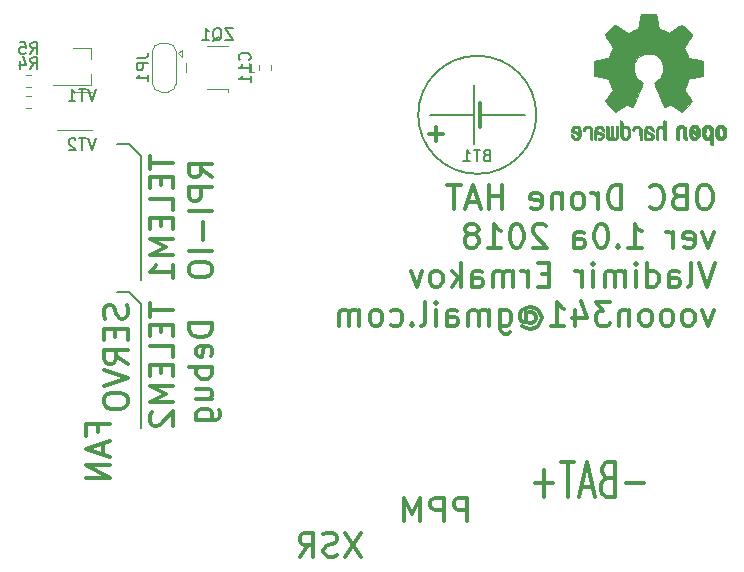
<source format=gbr>
G04 #@! TF.GenerationSoftware,KiCad,Pcbnew,5.0.0-rc2-dev-unknown-41ac458~64~ubuntu17.10.1*
G04 #@! TF.CreationDate,2018-04-19T23:44:08+03:00*
G04 #@! TF.ProjectId,obc-drone-hat,6F62632D64726F6E652D6861742E6B69,rev?*
G04 #@! TF.SameCoordinates,Original*
G04 #@! TF.FileFunction,Legend,Bot*
G04 #@! TF.FilePolarity,Positive*
%FSLAX46Y46*%
G04 Gerber Fmt 4.6, Leading zero omitted, Abs format (unit mm)*
G04 Created by KiCad (PCBNEW 5.0.0-rc2-dev-unknown-41ac458~64~ubuntu17.10.1) date Thu Apr 19 23:44:08 2018*
%MOMM*%
%LPD*%
G01*
G04 APERTURE LIST*
%ADD10C,0.300000*%
%ADD11C,0.200000*%
%ADD12C,0.120000*%
%ADD13C,0.150000*%
%ADD14C,0.010000*%
G04 APERTURE END LIST*
D10*
X140357142Y-127880952D02*
X140357142Y-127214285D01*
X141404761Y-127214285D02*
X139404761Y-127214285D01*
X139404761Y-128166666D01*
X140833333Y-128833333D02*
X140833333Y-129785714D01*
X141404761Y-128642857D02*
X139404761Y-129309523D01*
X141404761Y-129976190D01*
X141404761Y-130642857D02*
X139404761Y-130642857D01*
X141404761Y-131785714D01*
X139404761Y-131785714D01*
D11*
X143000000Y-116000000D02*
X142000000Y-116000000D01*
X144000000Y-117000000D02*
X143000000Y-116000000D01*
X143000000Y-103500000D02*
X142000000Y-103500000D01*
X144000000Y-104500000D02*
X143000000Y-103500000D01*
X144000000Y-115000000D02*
X144000000Y-104500000D01*
X144000000Y-127500000D02*
X144000000Y-117000000D01*
D10*
X142809523Y-117119047D02*
X142904761Y-117404761D01*
X142904761Y-117880952D01*
X142809523Y-118071428D01*
X142714285Y-118166666D01*
X142523809Y-118261904D01*
X142333333Y-118261904D01*
X142142857Y-118166666D01*
X142047619Y-118071428D01*
X141952380Y-117880952D01*
X141857142Y-117500000D01*
X141761904Y-117309523D01*
X141666666Y-117214285D01*
X141476190Y-117119047D01*
X141285714Y-117119047D01*
X141095238Y-117214285D01*
X141000000Y-117309523D01*
X140904761Y-117500000D01*
X140904761Y-117976190D01*
X141000000Y-118261904D01*
X141857142Y-119119047D02*
X141857142Y-119785714D01*
X142904761Y-120071428D02*
X142904761Y-119119047D01*
X140904761Y-119119047D01*
X140904761Y-120071428D01*
X142904761Y-122071428D02*
X141952380Y-121404761D01*
X142904761Y-120928571D02*
X140904761Y-120928571D01*
X140904761Y-121690476D01*
X141000000Y-121880952D01*
X141095238Y-121976190D01*
X141285714Y-122071428D01*
X141571428Y-122071428D01*
X141761904Y-121976190D01*
X141857142Y-121880952D01*
X141952380Y-121690476D01*
X141952380Y-120928571D01*
X140904761Y-122642857D02*
X142904761Y-123309523D01*
X140904761Y-123976190D01*
X140904761Y-125023809D02*
X140904761Y-125404761D01*
X141000000Y-125595238D01*
X141190476Y-125785714D01*
X141571428Y-125880952D01*
X142238095Y-125880952D01*
X142619047Y-125785714D01*
X142809523Y-125595238D01*
X142904761Y-125404761D01*
X142904761Y-125023809D01*
X142809523Y-124833333D01*
X142619047Y-124642857D01*
X142238095Y-124547619D01*
X141571428Y-124547619D01*
X141190476Y-124642857D01*
X141000000Y-124833333D01*
X140904761Y-125023809D01*
X144754761Y-104476190D02*
X144754761Y-105619047D01*
X146754761Y-105047619D02*
X144754761Y-105047619D01*
X145707142Y-106285714D02*
X145707142Y-106952380D01*
X146754761Y-107238095D02*
X146754761Y-106285714D01*
X144754761Y-106285714D01*
X144754761Y-107238095D01*
X146754761Y-109047619D02*
X146754761Y-108095238D01*
X144754761Y-108095238D01*
X145707142Y-109714285D02*
X145707142Y-110380952D01*
X146754761Y-110666666D02*
X146754761Y-109714285D01*
X144754761Y-109714285D01*
X144754761Y-110666666D01*
X146754761Y-111523809D02*
X144754761Y-111523809D01*
X146183333Y-112190476D01*
X144754761Y-112857142D01*
X146754761Y-112857142D01*
X146754761Y-114857142D02*
X146754761Y-113714285D01*
X146754761Y-114285714D02*
X144754761Y-114285714D01*
X145040476Y-114095238D01*
X145230952Y-113904761D01*
X145326190Y-113714285D01*
X144754761Y-116952380D02*
X144754761Y-118095238D01*
X146754761Y-117523809D02*
X144754761Y-117523809D01*
X145707142Y-118761904D02*
X145707142Y-119428571D01*
X146754761Y-119714285D02*
X146754761Y-118761904D01*
X144754761Y-118761904D01*
X144754761Y-119714285D01*
X146754761Y-121523809D02*
X146754761Y-120571428D01*
X144754761Y-120571428D01*
X145707142Y-122190476D02*
X145707142Y-122857142D01*
X146754761Y-123142857D02*
X146754761Y-122190476D01*
X144754761Y-122190476D01*
X144754761Y-123142857D01*
X146754761Y-124000000D02*
X144754761Y-124000000D01*
X146183333Y-124666666D01*
X144754761Y-125333333D01*
X146754761Y-125333333D01*
X144945238Y-126190476D02*
X144850000Y-126285714D01*
X144754761Y-126476190D01*
X144754761Y-126952380D01*
X144850000Y-127142857D01*
X144945238Y-127238095D01*
X145135714Y-127333333D01*
X145326190Y-127333333D01*
X145611904Y-127238095D01*
X146754761Y-126095238D01*
X146754761Y-127333333D01*
X150054761Y-106285714D02*
X149102380Y-105619047D01*
X150054761Y-105142857D02*
X148054761Y-105142857D01*
X148054761Y-105904761D01*
X148150000Y-106095238D01*
X148245238Y-106190476D01*
X148435714Y-106285714D01*
X148721428Y-106285714D01*
X148911904Y-106190476D01*
X149007142Y-106095238D01*
X149102380Y-105904761D01*
X149102380Y-105142857D01*
X150054761Y-107142857D02*
X148054761Y-107142857D01*
X148054761Y-107904761D01*
X148150000Y-108095238D01*
X148245238Y-108190476D01*
X148435714Y-108285714D01*
X148721428Y-108285714D01*
X148911904Y-108190476D01*
X149007142Y-108095238D01*
X149102380Y-107904761D01*
X149102380Y-107142857D01*
X150054761Y-109142857D02*
X148054761Y-109142857D01*
X149292857Y-110095238D02*
X149292857Y-111619047D01*
X150054761Y-112571428D02*
X148054761Y-112571428D01*
X148054761Y-113904761D02*
X148054761Y-114285714D01*
X148150000Y-114476190D01*
X148340476Y-114666666D01*
X148721428Y-114761904D01*
X149388095Y-114761904D01*
X149769047Y-114666666D01*
X149959523Y-114476190D01*
X150054761Y-114285714D01*
X150054761Y-113904761D01*
X149959523Y-113714285D01*
X149769047Y-113523809D01*
X149388095Y-113428571D01*
X148721428Y-113428571D01*
X148340476Y-113523809D01*
X148150000Y-113714285D01*
X148054761Y-113904761D01*
X150054761Y-118666666D02*
X148054761Y-118666666D01*
X148054761Y-119142857D01*
X148150000Y-119428571D01*
X148340476Y-119619047D01*
X148530952Y-119714285D01*
X148911904Y-119809523D01*
X149197619Y-119809523D01*
X149578571Y-119714285D01*
X149769047Y-119619047D01*
X149959523Y-119428571D01*
X150054761Y-119142857D01*
X150054761Y-118666666D01*
X149959523Y-121428571D02*
X150054761Y-121238095D01*
X150054761Y-120857142D01*
X149959523Y-120666666D01*
X149769047Y-120571428D01*
X149007142Y-120571428D01*
X148816666Y-120666666D01*
X148721428Y-120857142D01*
X148721428Y-121238095D01*
X148816666Y-121428571D01*
X149007142Y-121523809D01*
X149197619Y-121523809D01*
X149388095Y-120571428D01*
X150054761Y-122380952D02*
X148054761Y-122380952D01*
X148816666Y-122380952D02*
X148721428Y-122571428D01*
X148721428Y-122952380D01*
X148816666Y-123142857D01*
X148911904Y-123238095D01*
X149102380Y-123333333D01*
X149673809Y-123333333D01*
X149864285Y-123238095D01*
X149959523Y-123142857D01*
X150054761Y-122952380D01*
X150054761Y-122571428D01*
X149959523Y-122380952D01*
X148721428Y-125047619D02*
X150054761Y-125047619D01*
X148721428Y-124190476D02*
X149769047Y-124190476D01*
X149959523Y-124285714D01*
X150054761Y-124476190D01*
X150054761Y-124761904D01*
X149959523Y-124952380D01*
X149864285Y-125047619D01*
X148721428Y-126857142D02*
X150340476Y-126857142D01*
X150530952Y-126761904D01*
X150626190Y-126666666D01*
X150721428Y-126476190D01*
X150721428Y-126190476D01*
X150626190Y-126000000D01*
X149959523Y-126857142D02*
X150054761Y-126666666D01*
X150054761Y-126285714D01*
X149959523Y-126095238D01*
X149864285Y-126000000D01*
X149673809Y-125904761D01*
X149102380Y-125904761D01*
X148911904Y-126000000D01*
X148816666Y-126095238D01*
X148721428Y-126285714D01*
X148721428Y-126666666D01*
X148816666Y-126857142D01*
X171666666Y-135404761D02*
X171666666Y-133404761D01*
X170904761Y-133404761D01*
X170714285Y-133500000D01*
X170619047Y-133595238D01*
X170523809Y-133785714D01*
X170523809Y-134071428D01*
X170619047Y-134261904D01*
X170714285Y-134357142D01*
X170904761Y-134452380D01*
X171666666Y-134452380D01*
X169666666Y-135404761D02*
X169666666Y-133404761D01*
X168904761Y-133404761D01*
X168714285Y-133500000D01*
X168619047Y-133595238D01*
X168523809Y-133785714D01*
X168523809Y-134071428D01*
X168619047Y-134261904D01*
X168714285Y-134357142D01*
X168904761Y-134452380D01*
X169666666Y-134452380D01*
X167666666Y-135404761D02*
X167666666Y-133404761D01*
X167000000Y-134833333D01*
X166333333Y-133404761D01*
X166333333Y-135404761D01*
X162619047Y-136404761D02*
X161285714Y-138404761D01*
X161285714Y-136404761D02*
X162619047Y-138404761D01*
X160619047Y-138309523D02*
X160333333Y-138404761D01*
X159857142Y-138404761D01*
X159666666Y-138309523D01*
X159571428Y-138214285D01*
X159476190Y-138023809D01*
X159476190Y-137833333D01*
X159571428Y-137642857D01*
X159666666Y-137547619D01*
X159857142Y-137452380D01*
X160238095Y-137357142D01*
X160428571Y-137261904D01*
X160523809Y-137166666D01*
X160619047Y-136976190D01*
X160619047Y-136785714D01*
X160523809Y-136595238D01*
X160428571Y-136500000D01*
X160238095Y-136404761D01*
X159761904Y-136404761D01*
X159476190Y-136500000D01*
X157476190Y-138404761D02*
X158142857Y-137452380D01*
X158619047Y-138404761D02*
X158619047Y-136404761D01*
X157857142Y-136404761D01*
X157666666Y-136500000D01*
X157571428Y-136595238D01*
X157476190Y-136785714D01*
X157476190Y-137071428D01*
X157571428Y-137261904D01*
X157666666Y-137357142D01*
X157857142Y-137452380D01*
X158619047Y-137452380D01*
X191947857Y-106954761D02*
X191566904Y-106954761D01*
X191376428Y-107050000D01*
X191185952Y-107240476D01*
X191090714Y-107621428D01*
X191090714Y-108288095D01*
X191185952Y-108669047D01*
X191376428Y-108859523D01*
X191566904Y-108954761D01*
X191947857Y-108954761D01*
X192138333Y-108859523D01*
X192328809Y-108669047D01*
X192424047Y-108288095D01*
X192424047Y-107621428D01*
X192328809Y-107240476D01*
X192138333Y-107050000D01*
X191947857Y-106954761D01*
X189566904Y-107907142D02*
X189281190Y-108002380D01*
X189185952Y-108097619D01*
X189090714Y-108288095D01*
X189090714Y-108573809D01*
X189185952Y-108764285D01*
X189281190Y-108859523D01*
X189471666Y-108954761D01*
X190233571Y-108954761D01*
X190233571Y-106954761D01*
X189566904Y-106954761D01*
X189376428Y-107050000D01*
X189281190Y-107145238D01*
X189185952Y-107335714D01*
X189185952Y-107526190D01*
X189281190Y-107716666D01*
X189376428Y-107811904D01*
X189566904Y-107907142D01*
X190233571Y-107907142D01*
X187090714Y-108764285D02*
X187185952Y-108859523D01*
X187471666Y-108954761D01*
X187662142Y-108954761D01*
X187947857Y-108859523D01*
X188138333Y-108669047D01*
X188233571Y-108478571D01*
X188328809Y-108097619D01*
X188328809Y-107811904D01*
X188233571Y-107430952D01*
X188138333Y-107240476D01*
X187947857Y-107050000D01*
X187662142Y-106954761D01*
X187471666Y-106954761D01*
X187185952Y-107050000D01*
X187090714Y-107145238D01*
X184709761Y-108954761D02*
X184709761Y-106954761D01*
X184233571Y-106954761D01*
X183947857Y-107050000D01*
X183757380Y-107240476D01*
X183662142Y-107430952D01*
X183566904Y-107811904D01*
X183566904Y-108097619D01*
X183662142Y-108478571D01*
X183757380Y-108669047D01*
X183947857Y-108859523D01*
X184233571Y-108954761D01*
X184709761Y-108954761D01*
X182709761Y-108954761D02*
X182709761Y-107621428D01*
X182709761Y-108002380D02*
X182614523Y-107811904D01*
X182519285Y-107716666D01*
X182328809Y-107621428D01*
X182138333Y-107621428D01*
X181185952Y-108954761D02*
X181376428Y-108859523D01*
X181471666Y-108764285D01*
X181566904Y-108573809D01*
X181566904Y-108002380D01*
X181471666Y-107811904D01*
X181376428Y-107716666D01*
X181185952Y-107621428D01*
X180900238Y-107621428D01*
X180709761Y-107716666D01*
X180614523Y-107811904D01*
X180519285Y-108002380D01*
X180519285Y-108573809D01*
X180614523Y-108764285D01*
X180709761Y-108859523D01*
X180900238Y-108954761D01*
X181185952Y-108954761D01*
X179662142Y-107621428D02*
X179662142Y-108954761D01*
X179662142Y-107811904D02*
X179566904Y-107716666D01*
X179376428Y-107621428D01*
X179090714Y-107621428D01*
X178900238Y-107716666D01*
X178805000Y-107907142D01*
X178805000Y-108954761D01*
X177090714Y-108859523D02*
X177281190Y-108954761D01*
X177662142Y-108954761D01*
X177852619Y-108859523D01*
X177947857Y-108669047D01*
X177947857Y-107907142D01*
X177852619Y-107716666D01*
X177662142Y-107621428D01*
X177281190Y-107621428D01*
X177090714Y-107716666D01*
X176995476Y-107907142D01*
X176995476Y-108097619D01*
X177947857Y-108288095D01*
X174614523Y-108954761D02*
X174614523Y-106954761D01*
X174614523Y-107907142D02*
X173471666Y-107907142D01*
X173471666Y-108954761D02*
X173471666Y-106954761D01*
X172614523Y-108383333D02*
X171662142Y-108383333D01*
X172805000Y-108954761D02*
X172138333Y-106954761D01*
X171471666Y-108954761D01*
X171090714Y-106954761D02*
X169947857Y-106954761D01*
X170519285Y-108954761D02*
X170519285Y-106954761D01*
X192519285Y-110921428D02*
X192043095Y-112254761D01*
X191566904Y-110921428D01*
X190043095Y-112159523D02*
X190233571Y-112254761D01*
X190614523Y-112254761D01*
X190805000Y-112159523D01*
X190900238Y-111969047D01*
X190900238Y-111207142D01*
X190805000Y-111016666D01*
X190614523Y-110921428D01*
X190233571Y-110921428D01*
X190043095Y-111016666D01*
X189947857Y-111207142D01*
X189947857Y-111397619D01*
X190900238Y-111588095D01*
X189090714Y-112254761D02*
X189090714Y-110921428D01*
X189090714Y-111302380D02*
X188995476Y-111111904D01*
X188900238Y-111016666D01*
X188709761Y-110921428D01*
X188519285Y-110921428D01*
X185281190Y-112254761D02*
X186424047Y-112254761D01*
X185852619Y-112254761D02*
X185852619Y-110254761D01*
X186043095Y-110540476D01*
X186233571Y-110730952D01*
X186424047Y-110826190D01*
X184424047Y-112064285D02*
X184328809Y-112159523D01*
X184424047Y-112254761D01*
X184519285Y-112159523D01*
X184424047Y-112064285D01*
X184424047Y-112254761D01*
X183090714Y-110254761D02*
X182900238Y-110254761D01*
X182709761Y-110350000D01*
X182614523Y-110445238D01*
X182519285Y-110635714D01*
X182424047Y-111016666D01*
X182424047Y-111492857D01*
X182519285Y-111873809D01*
X182614523Y-112064285D01*
X182709761Y-112159523D01*
X182900238Y-112254761D01*
X183090714Y-112254761D01*
X183281190Y-112159523D01*
X183376428Y-112064285D01*
X183471666Y-111873809D01*
X183566904Y-111492857D01*
X183566904Y-111016666D01*
X183471666Y-110635714D01*
X183376428Y-110445238D01*
X183281190Y-110350000D01*
X183090714Y-110254761D01*
X180709761Y-112254761D02*
X180709761Y-111207142D01*
X180805000Y-111016666D01*
X180995476Y-110921428D01*
X181376428Y-110921428D01*
X181566904Y-111016666D01*
X180709761Y-112159523D02*
X180900238Y-112254761D01*
X181376428Y-112254761D01*
X181566904Y-112159523D01*
X181662142Y-111969047D01*
X181662142Y-111778571D01*
X181566904Y-111588095D01*
X181376428Y-111492857D01*
X180900238Y-111492857D01*
X180709761Y-111397619D01*
X178328809Y-110445238D02*
X178233571Y-110350000D01*
X178043095Y-110254761D01*
X177566904Y-110254761D01*
X177376428Y-110350000D01*
X177281190Y-110445238D01*
X177185952Y-110635714D01*
X177185952Y-110826190D01*
X177281190Y-111111904D01*
X178424047Y-112254761D01*
X177185952Y-112254761D01*
X175947857Y-110254761D02*
X175757380Y-110254761D01*
X175566904Y-110350000D01*
X175471666Y-110445238D01*
X175376428Y-110635714D01*
X175281190Y-111016666D01*
X175281190Y-111492857D01*
X175376428Y-111873809D01*
X175471666Y-112064285D01*
X175566904Y-112159523D01*
X175757380Y-112254761D01*
X175947857Y-112254761D01*
X176138333Y-112159523D01*
X176233571Y-112064285D01*
X176328809Y-111873809D01*
X176424047Y-111492857D01*
X176424047Y-111016666D01*
X176328809Y-110635714D01*
X176233571Y-110445238D01*
X176138333Y-110350000D01*
X175947857Y-110254761D01*
X173376428Y-112254761D02*
X174519285Y-112254761D01*
X173947857Y-112254761D02*
X173947857Y-110254761D01*
X174138333Y-110540476D01*
X174328809Y-110730952D01*
X174519285Y-110826190D01*
X172233571Y-111111904D02*
X172424047Y-111016666D01*
X172519285Y-110921428D01*
X172614523Y-110730952D01*
X172614523Y-110635714D01*
X172519285Y-110445238D01*
X172424047Y-110350000D01*
X172233571Y-110254761D01*
X171852619Y-110254761D01*
X171662142Y-110350000D01*
X171566904Y-110445238D01*
X171471666Y-110635714D01*
X171471666Y-110730952D01*
X171566904Y-110921428D01*
X171662142Y-111016666D01*
X171852619Y-111111904D01*
X172233571Y-111111904D01*
X172424047Y-111207142D01*
X172519285Y-111302380D01*
X172614523Y-111492857D01*
X172614523Y-111873809D01*
X172519285Y-112064285D01*
X172424047Y-112159523D01*
X172233571Y-112254761D01*
X171852619Y-112254761D01*
X171662142Y-112159523D01*
X171566904Y-112064285D01*
X171471666Y-111873809D01*
X171471666Y-111492857D01*
X171566904Y-111302380D01*
X171662142Y-111207142D01*
X171852619Y-111111904D01*
X192614523Y-113554761D02*
X191947857Y-115554761D01*
X191281190Y-113554761D01*
X190328809Y-115554761D02*
X190519285Y-115459523D01*
X190614523Y-115269047D01*
X190614523Y-113554761D01*
X188709761Y-115554761D02*
X188709761Y-114507142D01*
X188805000Y-114316666D01*
X188995476Y-114221428D01*
X189376428Y-114221428D01*
X189566904Y-114316666D01*
X188709761Y-115459523D02*
X188900238Y-115554761D01*
X189376428Y-115554761D01*
X189566904Y-115459523D01*
X189662142Y-115269047D01*
X189662142Y-115078571D01*
X189566904Y-114888095D01*
X189376428Y-114792857D01*
X188900238Y-114792857D01*
X188709761Y-114697619D01*
X186900238Y-115554761D02*
X186900238Y-113554761D01*
X186900238Y-115459523D02*
X187090714Y-115554761D01*
X187471666Y-115554761D01*
X187662142Y-115459523D01*
X187757380Y-115364285D01*
X187852619Y-115173809D01*
X187852619Y-114602380D01*
X187757380Y-114411904D01*
X187662142Y-114316666D01*
X187471666Y-114221428D01*
X187090714Y-114221428D01*
X186900238Y-114316666D01*
X185947857Y-115554761D02*
X185947857Y-114221428D01*
X185947857Y-113554761D02*
X186043095Y-113650000D01*
X185947857Y-113745238D01*
X185852619Y-113650000D01*
X185947857Y-113554761D01*
X185947857Y-113745238D01*
X184995476Y-115554761D02*
X184995476Y-114221428D01*
X184995476Y-114411904D02*
X184900238Y-114316666D01*
X184709761Y-114221428D01*
X184424047Y-114221428D01*
X184233571Y-114316666D01*
X184138333Y-114507142D01*
X184138333Y-115554761D01*
X184138333Y-114507142D02*
X184043095Y-114316666D01*
X183852619Y-114221428D01*
X183566904Y-114221428D01*
X183376428Y-114316666D01*
X183281190Y-114507142D01*
X183281190Y-115554761D01*
X182328809Y-115554761D02*
X182328809Y-114221428D01*
X182328809Y-113554761D02*
X182424047Y-113650000D01*
X182328809Y-113745238D01*
X182233571Y-113650000D01*
X182328809Y-113554761D01*
X182328809Y-113745238D01*
X181376428Y-115554761D02*
X181376428Y-114221428D01*
X181376428Y-114602380D02*
X181281190Y-114411904D01*
X181185952Y-114316666D01*
X180995476Y-114221428D01*
X180805000Y-114221428D01*
X178614523Y-114507142D02*
X177947857Y-114507142D01*
X177662142Y-115554761D02*
X178614523Y-115554761D01*
X178614523Y-113554761D01*
X177662142Y-113554761D01*
X176805000Y-115554761D02*
X176805000Y-114221428D01*
X176805000Y-114602380D02*
X176709761Y-114411904D01*
X176614523Y-114316666D01*
X176424047Y-114221428D01*
X176233571Y-114221428D01*
X175566904Y-115554761D02*
X175566904Y-114221428D01*
X175566904Y-114411904D02*
X175471666Y-114316666D01*
X175281190Y-114221428D01*
X174995476Y-114221428D01*
X174805000Y-114316666D01*
X174709761Y-114507142D01*
X174709761Y-115554761D01*
X174709761Y-114507142D02*
X174614523Y-114316666D01*
X174424047Y-114221428D01*
X174138333Y-114221428D01*
X173947857Y-114316666D01*
X173852619Y-114507142D01*
X173852619Y-115554761D01*
X172043095Y-115554761D02*
X172043095Y-114507142D01*
X172138333Y-114316666D01*
X172328809Y-114221428D01*
X172709761Y-114221428D01*
X172900238Y-114316666D01*
X172043095Y-115459523D02*
X172233571Y-115554761D01*
X172709761Y-115554761D01*
X172900238Y-115459523D01*
X172995476Y-115269047D01*
X172995476Y-115078571D01*
X172900238Y-114888095D01*
X172709761Y-114792857D01*
X172233571Y-114792857D01*
X172043095Y-114697619D01*
X171090714Y-115554761D02*
X171090714Y-113554761D01*
X170900238Y-114792857D02*
X170328809Y-115554761D01*
X170328809Y-114221428D02*
X171090714Y-114983333D01*
X169185952Y-115554761D02*
X169376428Y-115459523D01*
X169471666Y-115364285D01*
X169566904Y-115173809D01*
X169566904Y-114602380D01*
X169471666Y-114411904D01*
X169376428Y-114316666D01*
X169185952Y-114221428D01*
X168900238Y-114221428D01*
X168709761Y-114316666D01*
X168614523Y-114411904D01*
X168519285Y-114602380D01*
X168519285Y-115173809D01*
X168614523Y-115364285D01*
X168709761Y-115459523D01*
X168900238Y-115554761D01*
X169185952Y-115554761D01*
X167852619Y-114221428D02*
X167376428Y-115554761D01*
X166900238Y-114221428D01*
X192519285Y-117521428D02*
X192043095Y-118854761D01*
X191566904Y-117521428D01*
X190519285Y-118854761D02*
X190709761Y-118759523D01*
X190805000Y-118664285D01*
X190900238Y-118473809D01*
X190900238Y-117902380D01*
X190805000Y-117711904D01*
X190709761Y-117616666D01*
X190519285Y-117521428D01*
X190233571Y-117521428D01*
X190043095Y-117616666D01*
X189947857Y-117711904D01*
X189852619Y-117902380D01*
X189852619Y-118473809D01*
X189947857Y-118664285D01*
X190043095Y-118759523D01*
X190233571Y-118854761D01*
X190519285Y-118854761D01*
X188709761Y-118854761D02*
X188900238Y-118759523D01*
X188995476Y-118664285D01*
X189090714Y-118473809D01*
X189090714Y-117902380D01*
X188995476Y-117711904D01*
X188900238Y-117616666D01*
X188709761Y-117521428D01*
X188424047Y-117521428D01*
X188233571Y-117616666D01*
X188138333Y-117711904D01*
X188043095Y-117902380D01*
X188043095Y-118473809D01*
X188138333Y-118664285D01*
X188233571Y-118759523D01*
X188424047Y-118854761D01*
X188709761Y-118854761D01*
X186900238Y-118854761D02*
X187090714Y-118759523D01*
X187185952Y-118664285D01*
X187281190Y-118473809D01*
X187281190Y-117902380D01*
X187185952Y-117711904D01*
X187090714Y-117616666D01*
X186900238Y-117521428D01*
X186614523Y-117521428D01*
X186424047Y-117616666D01*
X186328809Y-117711904D01*
X186233571Y-117902380D01*
X186233571Y-118473809D01*
X186328809Y-118664285D01*
X186424047Y-118759523D01*
X186614523Y-118854761D01*
X186900238Y-118854761D01*
X185376428Y-117521428D02*
X185376428Y-118854761D01*
X185376428Y-117711904D02*
X185281190Y-117616666D01*
X185090714Y-117521428D01*
X184805000Y-117521428D01*
X184614523Y-117616666D01*
X184519285Y-117807142D01*
X184519285Y-118854761D01*
X183757380Y-116854761D02*
X182519285Y-116854761D01*
X183185952Y-117616666D01*
X182900238Y-117616666D01*
X182709761Y-117711904D01*
X182614523Y-117807142D01*
X182519285Y-117997619D01*
X182519285Y-118473809D01*
X182614523Y-118664285D01*
X182709761Y-118759523D01*
X182900238Y-118854761D01*
X183471666Y-118854761D01*
X183662142Y-118759523D01*
X183757380Y-118664285D01*
X180805000Y-117521428D02*
X180805000Y-118854761D01*
X181281190Y-116759523D02*
X181757380Y-118188095D01*
X180519285Y-118188095D01*
X178709761Y-118854761D02*
X179852619Y-118854761D01*
X179281190Y-118854761D02*
X179281190Y-116854761D01*
X179471666Y-117140476D01*
X179662142Y-117330952D01*
X179852619Y-117426190D01*
X176614523Y-117902380D02*
X176709761Y-117807142D01*
X176900238Y-117711904D01*
X177090714Y-117711904D01*
X177281190Y-117807142D01*
X177376428Y-117902380D01*
X177471666Y-118092857D01*
X177471666Y-118283333D01*
X177376428Y-118473809D01*
X177281190Y-118569047D01*
X177090714Y-118664285D01*
X176900238Y-118664285D01*
X176709761Y-118569047D01*
X176614523Y-118473809D01*
X176614523Y-117711904D02*
X176614523Y-118473809D01*
X176519285Y-118569047D01*
X176424047Y-118569047D01*
X176233571Y-118473809D01*
X176138333Y-118283333D01*
X176138333Y-117807142D01*
X176328809Y-117521428D01*
X176614523Y-117330952D01*
X176995476Y-117235714D01*
X177376428Y-117330952D01*
X177662142Y-117521428D01*
X177852619Y-117807142D01*
X177947857Y-118188095D01*
X177852619Y-118569047D01*
X177662142Y-118854761D01*
X177376428Y-119045238D01*
X176995476Y-119140476D01*
X176614523Y-119045238D01*
X176328809Y-118854761D01*
X174424047Y-117521428D02*
X174424047Y-119140476D01*
X174519285Y-119330952D01*
X174614523Y-119426190D01*
X174805000Y-119521428D01*
X175090714Y-119521428D01*
X175281190Y-119426190D01*
X174424047Y-118759523D02*
X174614523Y-118854761D01*
X174995476Y-118854761D01*
X175185952Y-118759523D01*
X175281190Y-118664285D01*
X175376428Y-118473809D01*
X175376428Y-117902380D01*
X175281190Y-117711904D01*
X175185952Y-117616666D01*
X174995476Y-117521428D01*
X174614523Y-117521428D01*
X174424047Y-117616666D01*
X173471666Y-118854761D02*
X173471666Y-117521428D01*
X173471666Y-117711904D02*
X173376428Y-117616666D01*
X173185952Y-117521428D01*
X172900238Y-117521428D01*
X172709761Y-117616666D01*
X172614523Y-117807142D01*
X172614523Y-118854761D01*
X172614523Y-117807142D02*
X172519285Y-117616666D01*
X172328809Y-117521428D01*
X172043095Y-117521428D01*
X171852619Y-117616666D01*
X171757380Y-117807142D01*
X171757380Y-118854761D01*
X169947857Y-118854761D02*
X169947857Y-117807142D01*
X170043095Y-117616666D01*
X170233571Y-117521428D01*
X170614523Y-117521428D01*
X170805000Y-117616666D01*
X169947857Y-118759523D02*
X170138333Y-118854761D01*
X170614523Y-118854761D01*
X170805000Y-118759523D01*
X170900238Y-118569047D01*
X170900238Y-118378571D01*
X170805000Y-118188095D01*
X170614523Y-118092857D01*
X170138333Y-118092857D01*
X169947857Y-117997619D01*
X168995476Y-118854761D02*
X168995476Y-117521428D01*
X168995476Y-116854761D02*
X169090714Y-116950000D01*
X168995476Y-117045238D01*
X168900238Y-116950000D01*
X168995476Y-116854761D01*
X168995476Y-117045238D01*
X167757380Y-118854761D02*
X167947857Y-118759523D01*
X168043095Y-118569047D01*
X168043095Y-116854761D01*
X166995476Y-118664285D02*
X166900238Y-118759523D01*
X166995476Y-118854761D01*
X167090714Y-118759523D01*
X166995476Y-118664285D01*
X166995476Y-118854761D01*
X165185952Y-118759523D02*
X165376428Y-118854761D01*
X165757380Y-118854761D01*
X165947857Y-118759523D01*
X166043095Y-118664285D01*
X166138333Y-118473809D01*
X166138333Y-117902380D01*
X166043095Y-117711904D01*
X165947857Y-117616666D01*
X165757380Y-117521428D01*
X165376428Y-117521428D01*
X165185952Y-117616666D01*
X164043095Y-118854761D02*
X164233571Y-118759523D01*
X164328809Y-118664285D01*
X164424047Y-118473809D01*
X164424047Y-117902380D01*
X164328809Y-117711904D01*
X164233571Y-117616666D01*
X164043095Y-117521428D01*
X163757380Y-117521428D01*
X163566904Y-117616666D01*
X163471666Y-117711904D01*
X163376428Y-117902380D01*
X163376428Y-118473809D01*
X163471666Y-118664285D01*
X163566904Y-118759523D01*
X163757380Y-118854761D01*
X164043095Y-118854761D01*
X162519285Y-118854761D02*
X162519285Y-117521428D01*
X162519285Y-117711904D02*
X162424047Y-117616666D01*
X162233571Y-117521428D01*
X161947857Y-117521428D01*
X161757380Y-117616666D01*
X161662142Y-117807142D01*
X161662142Y-118854761D01*
X161662142Y-117807142D02*
X161566904Y-117616666D01*
X161376428Y-117521428D01*
X161090714Y-117521428D01*
X160900238Y-117616666D01*
X160805000Y-117807142D01*
X160805000Y-118854761D01*
X186619047Y-132214285D02*
X185095238Y-132214285D01*
X183476190Y-131785714D02*
X183190476Y-131928571D01*
X183095238Y-132071428D01*
X183000000Y-132357142D01*
X183000000Y-132785714D01*
X183095238Y-133071428D01*
X183190476Y-133214285D01*
X183380952Y-133357142D01*
X184142857Y-133357142D01*
X184142857Y-130357142D01*
X183476190Y-130357142D01*
X183285714Y-130500000D01*
X183190476Y-130642857D01*
X183095238Y-130928571D01*
X183095238Y-131214285D01*
X183190476Y-131500000D01*
X183285714Y-131642857D01*
X183476190Y-131785714D01*
X184142857Y-131785714D01*
X182238095Y-132500000D02*
X181285714Y-132500000D01*
X182428571Y-133357142D02*
X181761904Y-130357142D01*
X181095238Y-133357142D01*
X180714285Y-130357142D02*
X179571428Y-130357142D01*
X180142857Y-133357142D02*
X180142857Y-130357142D01*
X178904761Y-132214285D02*
X177380952Y-132214285D01*
X178142857Y-133357142D02*
X178142857Y-131071428D01*
D12*
X155010000Y-96780000D02*
X155010000Y-97220000D01*
X153990000Y-96780000D02*
X153990000Y-97220000D01*
X145700000Y-94950000D02*
G75*
G03X145000000Y-95650000I0J-700000D01*
G01*
X147000000Y-95650000D02*
G75*
G03X146300000Y-94950000I-700000J0D01*
G01*
X146300000Y-99050000D02*
G75*
G03X147000000Y-98350000I0J700000D01*
G01*
X145000000Y-98350000D02*
G75*
G03X145700000Y-99050000I700000J0D01*
G01*
X145000000Y-95600000D02*
X145000000Y-98400000D01*
X145700000Y-99050000D02*
X146300000Y-99050000D01*
X147000000Y-98400000D02*
X147000000Y-95600000D01*
X146300000Y-94950000D02*
X145700000Y-94950000D01*
X147200000Y-95800000D02*
X147500000Y-95500000D01*
X147500000Y-95500000D02*
X147500000Y-96100000D01*
X147200000Y-95800000D02*
X147500000Y-96100000D01*
X134720000Y-100410000D02*
X134280000Y-100410000D01*
X134720000Y-99390000D02*
X134280000Y-99390000D01*
X134720000Y-98660000D02*
X134280000Y-98660000D01*
X134720000Y-97640000D02*
X134280000Y-97640000D01*
X139900000Y-102260000D02*
X136950000Y-102260000D01*
X138100000Y-99040000D02*
X139900000Y-99040000D01*
X139760000Y-95320000D02*
X138300000Y-95320000D01*
X139760000Y-98480000D02*
X136600000Y-98480000D01*
X139760000Y-98480000D02*
X139760000Y-97550000D01*
X139760000Y-95320000D02*
X139760000Y-96250000D01*
X151400000Y-98800000D02*
X151400000Y-99040000D01*
X149600000Y-98800000D02*
X151400000Y-98800000D01*
X151400000Y-95200000D02*
X149600000Y-95200000D01*
X147800000Y-96600000D02*
X147800000Y-97400000D01*
X153200000Y-97400000D02*
X153200000Y-96600000D01*
X153600000Y-97400000D02*
X153200000Y-97400000D01*
D13*
X177500000Y-101000000D02*
G75*
G03X177500000Y-101000000I-5000000J0D01*
G01*
X172250000Y-103500000D02*
X172250000Y-98500000D01*
X168500000Y-101000000D02*
X172250000Y-101000000D01*
D10*
X172750000Y-102000000D02*
X172750000Y-100000000D01*
D13*
X172750000Y-101000000D02*
X176500000Y-101000000D01*
D14*
G36*
X186790986Y-92452998D02*
X186632994Y-92453863D01*
X186518653Y-92456205D01*
X186440593Y-92460762D01*
X186391446Y-92468270D01*
X186363841Y-92479466D01*
X186350408Y-92495088D01*
X186343779Y-92515873D01*
X186343135Y-92518563D01*
X186333065Y-92567113D01*
X186314425Y-92662905D01*
X186289155Y-92795743D01*
X186259193Y-92955431D01*
X186226478Y-93131774D01*
X186225336Y-93137967D01*
X186192567Y-93310782D01*
X186161907Y-93463469D01*
X186135336Y-93586871D01*
X186114833Y-93671831D01*
X186102374Y-93709190D01*
X186101780Y-93709852D01*
X186065081Y-93728095D01*
X185989414Y-93758497D01*
X185891122Y-93794493D01*
X185890575Y-93794685D01*
X185766767Y-93841222D01*
X185620804Y-93900504D01*
X185483219Y-93960109D01*
X185476707Y-93963056D01*
X185252610Y-94064765D01*
X184756381Y-93725897D01*
X184604154Y-93622592D01*
X184466259Y-93530237D01*
X184350685Y-93454084D01*
X184265421Y-93399385D01*
X184218456Y-93371393D01*
X184213996Y-93369317D01*
X184179866Y-93378560D01*
X184116119Y-93423156D01*
X184020269Y-93505209D01*
X183889831Y-93626821D01*
X183756672Y-93756205D01*
X183628306Y-93883702D01*
X183513419Y-94000046D01*
X183418927Y-94098052D01*
X183351747Y-94170536D01*
X183318794Y-94210313D01*
X183317568Y-94212361D01*
X183313926Y-94239656D01*
X183327650Y-94284234D01*
X183362131Y-94352112D01*
X183420761Y-94449311D01*
X183506930Y-94581851D01*
X183621800Y-94752476D01*
X183723746Y-94902655D01*
X183814877Y-95037350D01*
X183889927Y-95148740D01*
X183943631Y-95229005D01*
X183970720Y-95270325D01*
X183972426Y-95273130D01*
X183969118Y-95312721D01*
X183944047Y-95389669D01*
X183902202Y-95489432D01*
X183887288Y-95521291D01*
X183822214Y-95663226D01*
X183752788Y-95824273D01*
X183696391Y-95963621D01*
X183655753Y-96067044D01*
X183623474Y-96145642D01*
X183604822Y-96186720D01*
X183602503Y-96189885D01*
X183568197Y-96195128D01*
X183487331Y-96209494D01*
X183370657Y-96230937D01*
X183228925Y-96257413D01*
X183072890Y-96286877D01*
X182913302Y-96317283D01*
X182760915Y-96346588D01*
X182626479Y-96372745D01*
X182520748Y-96393710D01*
X182454474Y-96407439D01*
X182438218Y-96411320D01*
X182421427Y-96420900D01*
X182408751Y-96442536D01*
X182399622Y-96483531D01*
X182393469Y-96551189D01*
X182389720Y-96652812D01*
X182387808Y-96795703D01*
X182387160Y-96987165D01*
X182387126Y-97065645D01*
X182387126Y-97703906D01*
X182540402Y-97734160D01*
X182625678Y-97750564D01*
X182752930Y-97774509D01*
X182906685Y-97803107D01*
X183071466Y-97833467D01*
X183117011Y-97841806D01*
X183269068Y-97871370D01*
X183401532Y-97900442D01*
X183503286Y-97926329D01*
X183563212Y-97946337D01*
X183573195Y-97952301D01*
X183597707Y-97994534D01*
X183632852Y-98076370D01*
X183671827Y-98181683D01*
X183679558Y-98204368D01*
X183730640Y-98345018D01*
X183794046Y-98503714D01*
X183856096Y-98646225D01*
X183856402Y-98646886D01*
X183959733Y-98870440D01*
X183280039Y-99870232D01*
X183716379Y-100307300D01*
X183848351Y-100437381D01*
X183968721Y-100552048D01*
X184070727Y-100645181D01*
X184147609Y-100710658D01*
X184192607Y-100742357D01*
X184199062Y-100744368D01*
X184236960Y-100728529D01*
X184314292Y-100684496D01*
X184422611Y-100617490D01*
X184553468Y-100532734D01*
X184694948Y-100437816D01*
X184838539Y-100340998D01*
X184966565Y-100256751D01*
X185070895Y-100190258D01*
X185143400Y-100146702D01*
X185175842Y-100131264D01*
X185215424Y-100144328D01*
X185290481Y-100178750D01*
X185385532Y-100227380D01*
X185395608Y-100232785D01*
X185523609Y-100296980D01*
X185611382Y-100328463D01*
X185665972Y-100328798D01*
X185694425Y-100299548D01*
X185694590Y-100299138D01*
X185708812Y-100264498D01*
X185742731Y-100182269D01*
X185793716Y-100058814D01*
X185859138Y-99900498D01*
X185936366Y-99713686D01*
X186022771Y-99504742D01*
X186106449Y-99302446D01*
X186198412Y-99079200D01*
X186282850Y-98872392D01*
X186357231Y-98688362D01*
X186419026Y-98533451D01*
X186465703Y-98413996D01*
X186494732Y-98336339D01*
X186503678Y-98307356D01*
X186481244Y-98274110D01*
X186422561Y-98221123D01*
X186344311Y-98162704D01*
X186121466Y-97977952D01*
X185947282Y-97766182D01*
X185823846Y-97531856D01*
X185753246Y-97279434D01*
X185737569Y-97013377D01*
X185748964Y-96890575D01*
X185811050Y-96635793D01*
X185917977Y-96410801D01*
X186063111Y-96217817D01*
X186239822Y-96059061D01*
X186441478Y-95936750D01*
X186661446Y-95853105D01*
X186893094Y-95810344D01*
X187129791Y-95810687D01*
X187364905Y-95856352D01*
X187591804Y-95949559D01*
X187803856Y-96092527D01*
X187892364Y-96173383D01*
X188062111Y-96381007D01*
X188180301Y-96607895D01*
X188247722Y-96847433D01*
X188265160Y-97093007D01*
X188233402Y-97338003D01*
X188153235Y-97575808D01*
X188025445Y-97799807D01*
X187850820Y-98003387D01*
X187655688Y-98162704D01*
X187574409Y-98223602D01*
X187516991Y-98276015D01*
X187496322Y-98307406D01*
X187507144Y-98341639D01*
X187537923Y-98423419D01*
X187586126Y-98546407D01*
X187649222Y-98704263D01*
X187724678Y-98890649D01*
X187809962Y-99099226D01*
X187893781Y-99302496D01*
X187986255Y-99525933D01*
X188071911Y-99732984D01*
X188148118Y-99917286D01*
X188212247Y-100072475D01*
X188261668Y-100192188D01*
X188293752Y-100270061D01*
X188305641Y-100299138D01*
X188333726Y-100328677D01*
X188388051Y-100328591D01*
X188475605Y-100297326D01*
X188603381Y-100233329D01*
X188604392Y-100232785D01*
X188700598Y-100183121D01*
X188778369Y-100146945D01*
X188822223Y-100131408D01*
X188824158Y-100131264D01*
X188857171Y-100147024D01*
X188930054Y-100190850D01*
X189034678Y-100257557D01*
X189162910Y-100341964D01*
X189305052Y-100437816D01*
X189449767Y-100534867D01*
X189580196Y-100619270D01*
X189687890Y-100685801D01*
X189764402Y-100729238D01*
X189800938Y-100744368D01*
X189834582Y-100724482D01*
X189902224Y-100668903D01*
X189997107Y-100583754D01*
X190112470Y-100475153D01*
X190241555Y-100349221D01*
X190283771Y-100307149D01*
X190720261Y-99869931D01*
X190388023Y-99382340D01*
X190287054Y-99232605D01*
X190198438Y-99098220D01*
X190127146Y-98986969D01*
X190078150Y-98906639D01*
X190056422Y-98865014D01*
X190055785Y-98862053D01*
X190067240Y-98822818D01*
X190098051Y-98743895D01*
X190142884Y-98638509D01*
X190174353Y-98567954D01*
X190233192Y-98432876D01*
X190288604Y-98296409D01*
X190331564Y-98181103D01*
X190343234Y-98145977D01*
X190376389Y-98052174D01*
X190408799Y-97979694D01*
X190426601Y-97952301D01*
X190465886Y-97935536D01*
X190551626Y-97911770D01*
X190672697Y-97883697D01*
X190817973Y-97854009D01*
X190882988Y-97841806D01*
X191048087Y-97811468D01*
X191206448Y-97782093D01*
X191342596Y-97756569D01*
X191441057Y-97737785D01*
X191459598Y-97734160D01*
X191612873Y-97703906D01*
X191612873Y-97065645D01*
X191612529Y-96855770D01*
X191611116Y-96696980D01*
X191608064Y-96581973D01*
X191602803Y-96503446D01*
X191594763Y-96454096D01*
X191583373Y-96426619D01*
X191568063Y-96413713D01*
X191561782Y-96411320D01*
X191523896Y-96402833D01*
X191440195Y-96385900D01*
X191321433Y-96362566D01*
X191178361Y-96334875D01*
X191021732Y-96304873D01*
X190862297Y-96274604D01*
X190710809Y-96246115D01*
X190578019Y-96221449D01*
X190474681Y-96202651D01*
X190411545Y-96191767D01*
X190397497Y-96189885D01*
X190384770Y-96164704D01*
X190356600Y-96097622D01*
X190318252Y-96001333D01*
X190303609Y-95963621D01*
X190244548Y-95817921D01*
X190175000Y-95656951D01*
X190112712Y-95521291D01*
X190066879Y-95417561D01*
X190036387Y-95332326D01*
X190026208Y-95280126D01*
X190027831Y-95273130D01*
X190049343Y-95240102D01*
X190098465Y-95166643D01*
X190169923Y-95060577D01*
X190258445Y-94929726D01*
X190358759Y-94781912D01*
X190378594Y-94752734D01*
X190494988Y-94579863D01*
X190580548Y-94448226D01*
X190638684Y-94351761D01*
X190672808Y-94284408D01*
X190686331Y-94240106D01*
X190682664Y-94212794D01*
X190682570Y-94212620D01*
X190653707Y-94176746D01*
X190589867Y-94107391D01*
X190497969Y-94011745D01*
X190384933Y-93896999D01*
X190257679Y-93770341D01*
X190243328Y-93756205D01*
X190082957Y-93600903D01*
X189959195Y-93486870D01*
X189869555Y-93412002D01*
X189811552Y-93374196D01*
X189786004Y-93369317D01*
X189748718Y-93390603D01*
X189671343Y-93439773D01*
X189561867Y-93511575D01*
X189428280Y-93600755D01*
X189278570Y-93702063D01*
X189243618Y-93725897D01*
X188747390Y-94064765D01*
X188523293Y-93963056D01*
X188387011Y-93903783D01*
X188240724Y-93844170D01*
X188114965Y-93796640D01*
X188109425Y-93794685D01*
X188011057Y-93758677D01*
X187935229Y-93728229D01*
X187898282Y-93709905D01*
X187898220Y-93709852D01*
X187886496Y-93676729D01*
X187866568Y-93595267D01*
X187840413Y-93474625D01*
X187810010Y-93323959D01*
X187777337Y-93152428D01*
X187774664Y-93137967D01*
X187741890Y-92961235D01*
X187711802Y-92800810D01*
X187686339Y-92666888D01*
X187667441Y-92569663D01*
X187657047Y-92519332D01*
X187656865Y-92518563D01*
X187650539Y-92497153D01*
X187638239Y-92480988D01*
X187612594Y-92469331D01*
X187566235Y-92461445D01*
X187491792Y-92456593D01*
X187381895Y-92454039D01*
X187229175Y-92453045D01*
X187026262Y-92452874D01*
X187000000Y-92452874D01*
X186790986Y-92452998D01*
X186790986Y-92452998D01*
G37*
X186790986Y-92452998D02*
X186632994Y-92453863D01*
X186518653Y-92456205D01*
X186440593Y-92460762D01*
X186391446Y-92468270D01*
X186363841Y-92479466D01*
X186350408Y-92495088D01*
X186343779Y-92515873D01*
X186343135Y-92518563D01*
X186333065Y-92567113D01*
X186314425Y-92662905D01*
X186289155Y-92795743D01*
X186259193Y-92955431D01*
X186226478Y-93131774D01*
X186225336Y-93137967D01*
X186192567Y-93310782D01*
X186161907Y-93463469D01*
X186135336Y-93586871D01*
X186114833Y-93671831D01*
X186102374Y-93709190D01*
X186101780Y-93709852D01*
X186065081Y-93728095D01*
X185989414Y-93758497D01*
X185891122Y-93794493D01*
X185890575Y-93794685D01*
X185766767Y-93841222D01*
X185620804Y-93900504D01*
X185483219Y-93960109D01*
X185476707Y-93963056D01*
X185252610Y-94064765D01*
X184756381Y-93725897D01*
X184604154Y-93622592D01*
X184466259Y-93530237D01*
X184350685Y-93454084D01*
X184265421Y-93399385D01*
X184218456Y-93371393D01*
X184213996Y-93369317D01*
X184179866Y-93378560D01*
X184116119Y-93423156D01*
X184020269Y-93505209D01*
X183889831Y-93626821D01*
X183756672Y-93756205D01*
X183628306Y-93883702D01*
X183513419Y-94000046D01*
X183418927Y-94098052D01*
X183351747Y-94170536D01*
X183318794Y-94210313D01*
X183317568Y-94212361D01*
X183313926Y-94239656D01*
X183327650Y-94284234D01*
X183362131Y-94352112D01*
X183420761Y-94449311D01*
X183506930Y-94581851D01*
X183621800Y-94752476D01*
X183723746Y-94902655D01*
X183814877Y-95037350D01*
X183889927Y-95148740D01*
X183943631Y-95229005D01*
X183970720Y-95270325D01*
X183972426Y-95273130D01*
X183969118Y-95312721D01*
X183944047Y-95389669D01*
X183902202Y-95489432D01*
X183887288Y-95521291D01*
X183822214Y-95663226D01*
X183752788Y-95824273D01*
X183696391Y-95963621D01*
X183655753Y-96067044D01*
X183623474Y-96145642D01*
X183604822Y-96186720D01*
X183602503Y-96189885D01*
X183568197Y-96195128D01*
X183487331Y-96209494D01*
X183370657Y-96230937D01*
X183228925Y-96257413D01*
X183072890Y-96286877D01*
X182913302Y-96317283D01*
X182760915Y-96346588D01*
X182626479Y-96372745D01*
X182520748Y-96393710D01*
X182454474Y-96407439D01*
X182438218Y-96411320D01*
X182421427Y-96420900D01*
X182408751Y-96442536D01*
X182399622Y-96483531D01*
X182393469Y-96551189D01*
X182389720Y-96652812D01*
X182387808Y-96795703D01*
X182387160Y-96987165D01*
X182387126Y-97065645D01*
X182387126Y-97703906D01*
X182540402Y-97734160D01*
X182625678Y-97750564D01*
X182752930Y-97774509D01*
X182906685Y-97803107D01*
X183071466Y-97833467D01*
X183117011Y-97841806D01*
X183269068Y-97871370D01*
X183401532Y-97900442D01*
X183503286Y-97926329D01*
X183563212Y-97946337D01*
X183573195Y-97952301D01*
X183597707Y-97994534D01*
X183632852Y-98076370D01*
X183671827Y-98181683D01*
X183679558Y-98204368D01*
X183730640Y-98345018D01*
X183794046Y-98503714D01*
X183856096Y-98646225D01*
X183856402Y-98646886D01*
X183959733Y-98870440D01*
X183280039Y-99870232D01*
X183716379Y-100307300D01*
X183848351Y-100437381D01*
X183968721Y-100552048D01*
X184070727Y-100645181D01*
X184147609Y-100710658D01*
X184192607Y-100742357D01*
X184199062Y-100744368D01*
X184236960Y-100728529D01*
X184314292Y-100684496D01*
X184422611Y-100617490D01*
X184553468Y-100532734D01*
X184694948Y-100437816D01*
X184838539Y-100340998D01*
X184966565Y-100256751D01*
X185070895Y-100190258D01*
X185143400Y-100146702D01*
X185175842Y-100131264D01*
X185215424Y-100144328D01*
X185290481Y-100178750D01*
X185385532Y-100227380D01*
X185395608Y-100232785D01*
X185523609Y-100296980D01*
X185611382Y-100328463D01*
X185665972Y-100328798D01*
X185694425Y-100299548D01*
X185694590Y-100299138D01*
X185708812Y-100264498D01*
X185742731Y-100182269D01*
X185793716Y-100058814D01*
X185859138Y-99900498D01*
X185936366Y-99713686D01*
X186022771Y-99504742D01*
X186106449Y-99302446D01*
X186198412Y-99079200D01*
X186282850Y-98872392D01*
X186357231Y-98688362D01*
X186419026Y-98533451D01*
X186465703Y-98413996D01*
X186494732Y-98336339D01*
X186503678Y-98307356D01*
X186481244Y-98274110D01*
X186422561Y-98221123D01*
X186344311Y-98162704D01*
X186121466Y-97977952D01*
X185947282Y-97766182D01*
X185823846Y-97531856D01*
X185753246Y-97279434D01*
X185737569Y-97013377D01*
X185748964Y-96890575D01*
X185811050Y-96635793D01*
X185917977Y-96410801D01*
X186063111Y-96217817D01*
X186239822Y-96059061D01*
X186441478Y-95936750D01*
X186661446Y-95853105D01*
X186893094Y-95810344D01*
X187129791Y-95810687D01*
X187364905Y-95856352D01*
X187591804Y-95949559D01*
X187803856Y-96092527D01*
X187892364Y-96173383D01*
X188062111Y-96381007D01*
X188180301Y-96607895D01*
X188247722Y-96847433D01*
X188265160Y-97093007D01*
X188233402Y-97338003D01*
X188153235Y-97575808D01*
X188025445Y-97799807D01*
X187850820Y-98003387D01*
X187655688Y-98162704D01*
X187574409Y-98223602D01*
X187516991Y-98276015D01*
X187496322Y-98307406D01*
X187507144Y-98341639D01*
X187537923Y-98423419D01*
X187586126Y-98546407D01*
X187649222Y-98704263D01*
X187724678Y-98890649D01*
X187809962Y-99099226D01*
X187893781Y-99302496D01*
X187986255Y-99525933D01*
X188071911Y-99732984D01*
X188148118Y-99917286D01*
X188212247Y-100072475D01*
X188261668Y-100192188D01*
X188293752Y-100270061D01*
X188305641Y-100299138D01*
X188333726Y-100328677D01*
X188388051Y-100328591D01*
X188475605Y-100297326D01*
X188603381Y-100233329D01*
X188604392Y-100232785D01*
X188700598Y-100183121D01*
X188778369Y-100146945D01*
X188822223Y-100131408D01*
X188824158Y-100131264D01*
X188857171Y-100147024D01*
X188930054Y-100190850D01*
X189034678Y-100257557D01*
X189162910Y-100341964D01*
X189305052Y-100437816D01*
X189449767Y-100534867D01*
X189580196Y-100619270D01*
X189687890Y-100685801D01*
X189764402Y-100729238D01*
X189800938Y-100744368D01*
X189834582Y-100724482D01*
X189902224Y-100668903D01*
X189997107Y-100583754D01*
X190112470Y-100475153D01*
X190241555Y-100349221D01*
X190283771Y-100307149D01*
X190720261Y-99869931D01*
X190388023Y-99382340D01*
X190287054Y-99232605D01*
X190198438Y-99098220D01*
X190127146Y-98986969D01*
X190078150Y-98906639D01*
X190056422Y-98865014D01*
X190055785Y-98862053D01*
X190067240Y-98822818D01*
X190098051Y-98743895D01*
X190142884Y-98638509D01*
X190174353Y-98567954D01*
X190233192Y-98432876D01*
X190288604Y-98296409D01*
X190331564Y-98181103D01*
X190343234Y-98145977D01*
X190376389Y-98052174D01*
X190408799Y-97979694D01*
X190426601Y-97952301D01*
X190465886Y-97935536D01*
X190551626Y-97911770D01*
X190672697Y-97883697D01*
X190817973Y-97854009D01*
X190882988Y-97841806D01*
X191048087Y-97811468D01*
X191206448Y-97782093D01*
X191342596Y-97756569D01*
X191441057Y-97737785D01*
X191459598Y-97734160D01*
X191612873Y-97703906D01*
X191612873Y-97065645D01*
X191612529Y-96855770D01*
X191611116Y-96696980D01*
X191608064Y-96581973D01*
X191602803Y-96503446D01*
X191594763Y-96454096D01*
X191583373Y-96426619D01*
X191568063Y-96413713D01*
X191561782Y-96411320D01*
X191523896Y-96402833D01*
X191440195Y-96385900D01*
X191321433Y-96362566D01*
X191178361Y-96334875D01*
X191021732Y-96304873D01*
X190862297Y-96274604D01*
X190710809Y-96246115D01*
X190578019Y-96221449D01*
X190474681Y-96202651D01*
X190411545Y-96191767D01*
X190397497Y-96189885D01*
X190384770Y-96164704D01*
X190356600Y-96097622D01*
X190318252Y-96001333D01*
X190303609Y-95963621D01*
X190244548Y-95817921D01*
X190175000Y-95656951D01*
X190112712Y-95521291D01*
X190066879Y-95417561D01*
X190036387Y-95332326D01*
X190026208Y-95280126D01*
X190027831Y-95273130D01*
X190049343Y-95240102D01*
X190098465Y-95166643D01*
X190169923Y-95060577D01*
X190258445Y-94929726D01*
X190358759Y-94781912D01*
X190378594Y-94752734D01*
X190494988Y-94579863D01*
X190580548Y-94448226D01*
X190638684Y-94351761D01*
X190672808Y-94284408D01*
X190686331Y-94240106D01*
X190682664Y-94212794D01*
X190682570Y-94212620D01*
X190653707Y-94176746D01*
X190589867Y-94107391D01*
X190497969Y-94011745D01*
X190384933Y-93896999D01*
X190257679Y-93770341D01*
X190243328Y-93756205D01*
X190082957Y-93600903D01*
X189959195Y-93486870D01*
X189869555Y-93412002D01*
X189811552Y-93374196D01*
X189786004Y-93369317D01*
X189748718Y-93390603D01*
X189671343Y-93439773D01*
X189561867Y-93511575D01*
X189428280Y-93600755D01*
X189278570Y-93702063D01*
X189243618Y-93725897D01*
X188747390Y-94064765D01*
X188523293Y-93963056D01*
X188387011Y-93903783D01*
X188240724Y-93844170D01*
X188114965Y-93796640D01*
X188109425Y-93794685D01*
X188011057Y-93758677D01*
X187935229Y-93728229D01*
X187898282Y-93709905D01*
X187898220Y-93709852D01*
X187886496Y-93676729D01*
X187866568Y-93595267D01*
X187840413Y-93474625D01*
X187810010Y-93323959D01*
X187777337Y-93152428D01*
X187774664Y-93137967D01*
X187741890Y-92961235D01*
X187711802Y-92800810D01*
X187686339Y-92666888D01*
X187667441Y-92569663D01*
X187657047Y-92519332D01*
X187656865Y-92518563D01*
X187650539Y-92497153D01*
X187638239Y-92480988D01*
X187612594Y-92469331D01*
X187566235Y-92461445D01*
X187491792Y-92456593D01*
X187381895Y-92454039D01*
X187229175Y-92453045D01*
X187026262Y-92452874D01*
X187000000Y-92452874D01*
X186790986Y-92452998D01*
G36*
X180656561Y-101956540D02*
X180541050Y-102032034D01*
X180485336Y-102099617D01*
X180441196Y-102222255D01*
X180437691Y-102319298D01*
X180445632Y-102449056D01*
X180744885Y-102580039D01*
X180890389Y-102646958D01*
X180985463Y-102700790D01*
X181034899Y-102747416D01*
X181043489Y-102792720D01*
X181016028Y-102842582D01*
X180985747Y-102875632D01*
X180897637Y-102928633D01*
X180801804Y-102932347D01*
X180713788Y-102891041D01*
X180649131Y-102808983D01*
X180637567Y-102780008D01*
X180582175Y-102689509D01*
X180518447Y-102650940D01*
X180431034Y-102617946D01*
X180431034Y-102743034D01*
X180438762Y-102828156D01*
X180469034Y-102899938D01*
X180532482Y-102982356D01*
X180541912Y-102993066D01*
X180612487Y-103066391D01*
X180673153Y-103105742D01*
X180749050Y-103123845D01*
X180811970Y-103129774D01*
X180924513Y-103131251D01*
X181004630Y-103112535D01*
X181054610Y-103084747D01*
X181133162Y-103023641D01*
X181187537Y-102957554D01*
X181221948Y-102874441D01*
X181240612Y-102762254D01*
X181247744Y-102608946D01*
X181248313Y-102531136D01*
X181246378Y-102437853D01*
X181070101Y-102437853D01*
X181068056Y-102487896D01*
X181062961Y-102496092D01*
X181029334Y-102484958D01*
X180956970Y-102455493D01*
X180860253Y-102413601D01*
X180840027Y-102404597D01*
X180717797Y-102342442D01*
X180650453Y-102287815D01*
X180635652Y-102236649D01*
X180671053Y-102184876D01*
X180700289Y-102162000D01*
X180805784Y-102116250D01*
X180904524Y-102123808D01*
X180987188Y-102179651D01*
X181044452Y-102278753D01*
X181062812Y-102357414D01*
X181070101Y-102437853D01*
X181246378Y-102437853D01*
X181244541Y-102349351D01*
X181230641Y-102214853D01*
X181203106Y-102116916D01*
X181158428Y-102044811D01*
X181093099Y-101987813D01*
X181064617Y-101969393D01*
X180935237Y-101921422D01*
X180793588Y-101918403D01*
X180656561Y-101956540D01*
X180656561Y-101956540D01*
G37*
X180656561Y-101956540D02*
X180541050Y-102032034D01*
X180485336Y-102099617D01*
X180441196Y-102222255D01*
X180437691Y-102319298D01*
X180445632Y-102449056D01*
X180744885Y-102580039D01*
X180890389Y-102646958D01*
X180985463Y-102700790D01*
X181034899Y-102747416D01*
X181043489Y-102792720D01*
X181016028Y-102842582D01*
X180985747Y-102875632D01*
X180897637Y-102928633D01*
X180801804Y-102932347D01*
X180713788Y-102891041D01*
X180649131Y-102808983D01*
X180637567Y-102780008D01*
X180582175Y-102689509D01*
X180518447Y-102650940D01*
X180431034Y-102617946D01*
X180431034Y-102743034D01*
X180438762Y-102828156D01*
X180469034Y-102899938D01*
X180532482Y-102982356D01*
X180541912Y-102993066D01*
X180612487Y-103066391D01*
X180673153Y-103105742D01*
X180749050Y-103123845D01*
X180811970Y-103129774D01*
X180924513Y-103131251D01*
X181004630Y-103112535D01*
X181054610Y-103084747D01*
X181133162Y-103023641D01*
X181187537Y-102957554D01*
X181221948Y-102874441D01*
X181240612Y-102762254D01*
X181247744Y-102608946D01*
X181248313Y-102531136D01*
X181246378Y-102437853D01*
X181070101Y-102437853D01*
X181068056Y-102487896D01*
X181062961Y-102496092D01*
X181029334Y-102484958D01*
X180956970Y-102455493D01*
X180860253Y-102413601D01*
X180840027Y-102404597D01*
X180717797Y-102342442D01*
X180650453Y-102287815D01*
X180635652Y-102236649D01*
X180671053Y-102184876D01*
X180700289Y-102162000D01*
X180805784Y-102116250D01*
X180904524Y-102123808D01*
X180987188Y-102179651D01*
X181044452Y-102278753D01*
X181062812Y-102357414D01*
X181070101Y-102437853D01*
X181246378Y-102437853D01*
X181244541Y-102349351D01*
X181230641Y-102214853D01*
X181203106Y-102116916D01*
X181158428Y-102044811D01*
X181093099Y-101987813D01*
X181064617Y-101969393D01*
X180935237Y-101921422D01*
X180793588Y-101918403D01*
X180656561Y-101956540D01*
G36*
X181664310Y-101940018D02*
X181629415Y-101955269D01*
X181546123Y-102021235D01*
X181474897Y-102116618D01*
X181430847Y-102218406D01*
X181423678Y-102268587D01*
X181447715Y-102338647D01*
X181500439Y-102375717D01*
X181556969Y-102398164D01*
X181582854Y-102402300D01*
X181595458Y-102372283D01*
X181620346Y-102306961D01*
X181631265Y-102277445D01*
X181692492Y-102175348D01*
X181781139Y-102124423D01*
X181894807Y-102125989D01*
X181903226Y-102127994D01*
X181963912Y-102156767D01*
X182008526Y-102212859D01*
X182038998Y-102303163D01*
X182057256Y-102434571D01*
X182065229Y-102613974D01*
X182065977Y-102709433D01*
X182066348Y-102859913D01*
X182068777Y-102962495D01*
X182075240Y-103027672D01*
X182087712Y-103065938D01*
X182108167Y-103087785D01*
X182138581Y-103103707D01*
X182140339Y-103104509D01*
X182198909Y-103129272D01*
X182227925Y-103138391D01*
X182232384Y-103110822D01*
X182236201Y-103034620D01*
X182239101Y-102919541D01*
X182240809Y-102775341D01*
X182241149Y-102669814D01*
X182239412Y-102465613D01*
X182232618Y-102310697D01*
X182218393Y-102196024D01*
X182194362Y-102112551D01*
X182158152Y-102051236D01*
X182107388Y-102003034D01*
X182057261Y-101969393D01*
X181936725Y-101924619D01*
X181796443Y-101914521D01*
X181664310Y-101940018D01*
X181664310Y-101940018D01*
G37*
X181664310Y-101940018D02*
X181629415Y-101955269D01*
X181546123Y-102021235D01*
X181474897Y-102116618D01*
X181430847Y-102218406D01*
X181423678Y-102268587D01*
X181447715Y-102338647D01*
X181500439Y-102375717D01*
X181556969Y-102398164D01*
X181582854Y-102402300D01*
X181595458Y-102372283D01*
X181620346Y-102306961D01*
X181631265Y-102277445D01*
X181692492Y-102175348D01*
X181781139Y-102124423D01*
X181894807Y-102125989D01*
X181903226Y-102127994D01*
X181963912Y-102156767D01*
X182008526Y-102212859D01*
X182038998Y-102303163D01*
X182057256Y-102434571D01*
X182065229Y-102613974D01*
X182065977Y-102709433D01*
X182066348Y-102859913D01*
X182068777Y-102962495D01*
X182075240Y-103027672D01*
X182087712Y-103065938D01*
X182108167Y-103087785D01*
X182138581Y-103103707D01*
X182140339Y-103104509D01*
X182198909Y-103129272D01*
X182227925Y-103138391D01*
X182232384Y-103110822D01*
X182236201Y-103034620D01*
X182239101Y-102919541D01*
X182240809Y-102775341D01*
X182241149Y-102669814D01*
X182239412Y-102465613D01*
X182232618Y-102310697D01*
X182218393Y-102196024D01*
X182194362Y-102112551D01*
X182158152Y-102051236D01*
X182107388Y-102003034D01*
X182057261Y-101969393D01*
X181936725Y-101924619D01*
X181796443Y-101914521D01*
X181664310Y-101940018D01*
G36*
X182685594Y-101935156D02*
X182601531Y-101973393D01*
X182535550Y-102019726D01*
X182487206Y-102071532D01*
X182453828Y-102138363D01*
X182432747Y-102229769D01*
X182421293Y-102355301D01*
X182416797Y-102524508D01*
X182416322Y-102635933D01*
X182416322Y-103070627D01*
X182490684Y-103104509D01*
X182549254Y-103129272D01*
X182578270Y-103138391D01*
X182583821Y-103111257D01*
X182588225Y-103038094D01*
X182590922Y-102931263D01*
X182591494Y-102846437D01*
X182593954Y-102723887D01*
X182600588Y-102626668D01*
X182610274Y-102567134D01*
X182617968Y-102554483D01*
X182669689Y-102567402D01*
X182750883Y-102600539D01*
X182844898Y-102645461D01*
X182935083Y-102693735D01*
X183004785Y-102736928D01*
X183037352Y-102766608D01*
X183037481Y-102766929D01*
X183034680Y-102821857D01*
X183009561Y-102874292D01*
X182965459Y-102916881D01*
X182901091Y-102931126D01*
X182846079Y-102929466D01*
X182768165Y-102928245D01*
X182727268Y-102946498D01*
X182702705Y-102994726D01*
X182699608Y-103003820D01*
X182688960Y-103072598D01*
X182717435Y-103114360D01*
X182791656Y-103134263D01*
X182871832Y-103137944D01*
X183016110Y-103110658D01*
X183090797Y-103071690D01*
X183183037Y-102980148D01*
X183231957Y-102867782D01*
X183236346Y-102749051D01*
X183194999Y-102638411D01*
X183132803Y-102569080D01*
X183070706Y-102530265D01*
X182973105Y-102481125D01*
X182859368Y-102431292D01*
X182840410Y-102423677D01*
X182715479Y-102368545D01*
X182643461Y-102319954D01*
X182620300Y-102271647D01*
X182641936Y-102217370D01*
X182679080Y-102174943D01*
X182766873Y-102122702D01*
X182863470Y-102118784D01*
X182952056Y-102159041D01*
X183015814Y-102239326D01*
X183024183Y-102260040D01*
X183072904Y-102336225D01*
X183144035Y-102392785D01*
X183233793Y-102439201D01*
X183233793Y-102307584D01*
X183228510Y-102227168D01*
X183205858Y-102163786D01*
X183155633Y-102096163D01*
X183107418Y-102044076D01*
X183032446Y-101970322D01*
X182974194Y-101930702D01*
X182911628Y-101914810D01*
X182840807Y-101912184D01*
X182685594Y-101935156D01*
X182685594Y-101935156D01*
G37*
X182685594Y-101935156D02*
X182601531Y-101973393D01*
X182535550Y-102019726D01*
X182487206Y-102071532D01*
X182453828Y-102138363D01*
X182432747Y-102229769D01*
X182421293Y-102355301D01*
X182416797Y-102524508D01*
X182416322Y-102635933D01*
X182416322Y-103070627D01*
X182490684Y-103104509D01*
X182549254Y-103129272D01*
X182578270Y-103138391D01*
X182583821Y-103111257D01*
X182588225Y-103038094D01*
X182590922Y-102931263D01*
X182591494Y-102846437D01*
X182593954Y-102723887D01*
X182600588Y-102626668D01*
X182610274Y-102567134D01*
X182617968Y-102554483D01*
X182669689Y-102567402D01*
X182750883Y-102600539D01*
X182844898Y-102645461D01*
X182935083Y-102693735D01*
X183004785Y-102736928D01*
X183037352Y-102766608D01*
X183037481Y-102766929D01*
X183034680Y-102821857D01*
X183009561Y-102874292D01*
X182965459Y-102916881D01*
X182901091Y-102931126D01*
X182846079Y-102929466D01*
X182768165Y-102928245D01*
X182727268Y-102946498D01*
X182702705Y-102994726D01*
X182699608Y-103003820D01*
X182688960Y-103072598D01*
X182717435Y-103114360D01*
X182791656Y-103134263D01*
X182871832Y-103137944D01*
X183016110Y-103110658D01*
X183090797Y-103071690D01*
X183183037Y-102980148D01*
X183231957Y-102867782D01*
X183236346Y-102749051D01*
X183194999Y-102638411D01*
X183132803Y-102569080D01*
X183070706Y-102530265D01*
X182973105Y-102481125D01*
X182859368Y-102431292D01*
X182840410Y-102423677D01*
X182715479Y-102368545D01*
X182643461Y-102319954D01*
X182620300Y-102271647D01*
X182641936Y-102217370D01*
X182679080Y-102174943D01*
X182766873Y-102122702D01*
X182863470Y-102118784D01*
X182952056Y-102159041D01*
X183015814Y-102239326D01*
X183024183Y-102260040D01*
X183072904Y-102336225D01*
X183144035Y-102392785D01*
X183233793Y-102439201D01*
X183233793Y-102307584D01*
X183228510Y-102227168D01*
X183205858Y-102163786D01*
X183155633Y-102096163D01*
X183107418Y-102044076D01*
X183032446Y-101970322D01*
X182974194Y-101930702D01*
X182911628Y-101914810D01*
X182840807Y-101912184D01*
X182685594Y-101935156D01*
G36*
X183419876Y-101939840D02*
X183415421Y-102016653D01*
X183411929Y-102133391D01*
X183409685Y-102280821D01*
X183408965Y-102435455D01*
X183408965Y-102958727D01*
X183501355Y-103051117D01*
X183565022Y-103108047D01*
X183620911Y-103131107D01*
X183697298Y-103129647D01*
X183727620Y-103125934D01*
X183822390Y-103115126D01*
X183900778Y-103108933D01*
X183919885Y-103108361D01*
X183984301Y-103112102D01*
X184076429Y-103121494D01*
X184112150Y-103125934D01*
X184199886Y-103132801D01*
X184258847Y-103117885D01*
X184317310Y-103071835D01*
X184338415Y-103051117D01*
X184430805Y-102958727D01*
X184430805Y-101979947D01*
X184356442Y-101946066D01*
X184292410Y-101920970D01*
X184254948Y-101912184D01*
X184245343Y-101939950D01*
X184236365Y-102017530D01*
X184228614Y-102136348D01*
X184222686Y-102287828D01*
X184219827Y-102415805D01*
X184211839Y-102919425D01*
X184142152Y-102929278D01*
X184078771Y-102922389D01*
X184047714Y-102900083D01*
X184039033Y-102858379D01*
X184031622Y-102769544D01*
X184026069Y-102644834D01*
X184022964Y-102495507D01*
X184022516Y-102418661D01*
X184022069Y-101976287D01*
X183930126Y-101944235D01*
X183865051Y-101922443D01*
X183829653Y-101912281D01*
X183828632Y-101912184D01*
X183825080Y-101939809D01*
X183821177Y-102016411D01*
X183817249Y-102132579D01*
X183813624Y-102278904D01*
X183811092Y-102415805D01*
X183803103Y-102919425D01*
X183627931Y-102919425D01*
X183619893Y-102459965D01*
X183611854Y-102000505D01*
X183526457Y-101956344D01*
X183463407Y-101926019D01*
X183426090Y-101912258D01*
X183425013Y-101912184D01*
X183419876Y-101939840D01*
X183419876Y-101939840D01*
G37*
X183419876Y-101939840D02*
X183415421Y-102016653D01*
X183411929Y-102133391D01*
X183409685Y-102280821D01*
X183408965Y-102435455D01*
X183408965Y-102958727D01*
X183501355Y-103051117D01*
X183565022Y-103108047D01*
X183620911Y-103131107D01*
X183697298Y-103129647D01*
X183727620Y-103125934D01*
X183822390Y-103115126D01*
X183900778Y-103108933D01*
X183919885Y-103108361D01*
X183984301Y-103112102D01*
X184076429Y-103121494D01*
X184112150Y-103125934D01*
X184199886Y-103132801D01*
X184258847Y-103117885D01*
X184317310Y-103071835D01*
X184338415Y-103051117D01*
X184430805Y-102958727D01*
X184430805Y-101979947D01*
X184356442Y-101946066D01*
X184292410Y-101920970D01*
X184254948Y-101912184D01*
X184245343Y-101939950D01*
X184236365Y-102017530D01*
X184228614Y-102136348D01*
X184222686Y-102287828D01*
X184219827Y-102415805D01*
X184211839Y-102919425D01*
X184142152Y-102929278D01*
X184078771Y-102922389D01*
X184047714Y-102900083D01*
X184039033Y-102858379D01*
X184031622Y-102769544D01*
X184026069Y-102644834D01*
X184022964Y-102495507D01*
X184022516Y-102418661D01*
X184022069Y-101976287D01*
X183930126Y-101944235D01*
X183865051Y-101922443D01*
X183829653Y-101912281D01*
X183828632Y-101912184D01*
X183825080Y-101939809D01*
X183821177Y-102016411D01*
X183817249Y-102132579D01*
X183813624Y-102278904D01*
X183811092Y-102415805D01*
X183803103Y-102919425D01*
X183627931Y-102919425D01*
X183619893Y-102459965D01*
X183611854Y-102000505D01*
X183526457Y-101956344D01*
X183463407Y-101926019D01*
X183426090Y-101912258D01*
X183425013Y-101912184D01*
X183419876Y-101939840D01*
G36*
X184606086Y-102154455D02*
X184606457Y-102372661D01*
X184607892Y-102540519D01*
X184610998Y-102666070D01*
X184616378Y-102757355D01*
X184624638Y-102822415D01*
X184636384Y-102869291D01*
X184652219Y-102906024D01*
X184664210Y-102926991D01*
X184763510Y-103040694D01*
X184889412Y-103111965D01*
X185028709Y-103137538D01*
X185168195Y-103114150D01*
X185251257Y-103072119D01*
X185338455Y-102999411D01*
X185397883Y-102910612D01*
X185433739Y-102794320D01*
X185450219Y-102639135D01*
X185452553Y-102525287D01*
X185452239Y-102517106D01*
X185248276Y-102517106D01*
X185247030Y-102647657D01*
X185241322Y-102734080D01*
X185228196Y-102790618D01*
X185204694Y-102831514D01*
X185176614Y-102862362D01*
X185082312Y-102921905D01*
X184981060Y-102926992D01*
X184885364Y-102877279D01*
X184877916Y-102870543D01*
X184846126Y-102835502D01*
X184826192Y-102793811D01*
X184815400Y-102731762D01*
X184811035Y-102635644D01*
X184810345Y-102529379D01*
X184811841Y-102395880D01*
X184818036Y-102306822D01*
X184831486Y-102248293D01*
X184854749Y-102206382D01*
X184873825Y-102184123D01*
X184962437Y-102127985D01*
X185064492Y-102121235D01*
X185161905Y-102164114D01*
X185180704Y-102180032D01*
X185212707Y-102215382D01*
X185232682Y-102257502D01*
X185243407Y-102320251D01*
X185247661Y-102417487D01*
X185248276Y-102517106D01*
X185452239Y-102517106D01*
X185445496Y-102341947D01*
X185421528Y-102204195D01*
X185376452Y-102100632D01*
X185306072Y-102019856D01*
X185251257Y-101978455D01*
X185151624Y-101933728D01*
X185036145Y-101912967D01*
X184928801Y-101918525D01*
X184868736Y-101940943D01*
X184845165Y-101947323D01*
X184829523Y-101923535D01*
X184818605Y-101859788D01*
X184810345Y-101762687D01*
X184801301Y-101654541D01*
X184788739Y-101589475D01*
X184765881Y-101552268D01*
X184725949Y-101527699D01*
X184700862Y-101516819D01*
X184605977Y-101477072D01*
X184606086Y-102154455D01*
X184606086Y-102154455D01*
G37*
X184606086Y-102154455D02*
X184606457Y-102372661D01*
X184607892Y-102540519D01*
X184610998Y-102666070D01*
X184616378Y-102757355D01*
X184624638Y-102822415D01*
X184636384Y-102869291D01*
X184652219Y-102906024D01*
X184664210Y-102926991D01*
X184763510Y-103040694D01*
X184889412Y-103111965D01*
X185028709Y-103137538D01*
X185168195Y-103114150D01*
X185251257Y-103072119D01*
X185338455Y-102999411D01*
X185397883Y-102910612D01*
X185433739Y-102794320D01*
X185450219Y-102639135D01*
X185452553Y-102525287D01*
X185452239Y-102517106D01*
X185248276Y-102517106D01*
X185247030Y-102647657D01*
X185241322Y-102734080D01*
X185228196Y-102790618D01*
X185204694Y-102831514D01*
X185176614Y-102862362D01*
X185082312Y-102921905D01*
X184981060Y-102926992D01*
X184885364Y-102877279D01*
X184877916Y-102870543D01*
X184846126Y-102835502D01*
X184826192Y-102793811D01*
X184815400Y-102731762D01*
X184811035Y-102635644D01*
X184810345Y-102529379D01*
X184811841Y-102395880D01*
X184818036Y-102306822D01*
X184831486Y-102248293D01*
X184854749Y-102206382D01*
X184873825Y-102184123D01*
X184962437Y-102127985D01*
X185064492Y-102121235D01*
X185161905Y-102164114D01*
X185180704Y-102180032D01*
X185212707Y-102215382D01*
X185232682Y-102257502D01*
X185243407Y-102320251D01*
X185247661Y-102417487D01*
X185248276Y-102517106D01*
X185452239Y-102517106D01*
X185445496Y-102341947D01*
X185421528Y-102204195D01*
X185376452Y-102100632D01*
X185306072Y-102019856D01*
X185251257Y-101978455D01*
X185151624Y-101933728D01*
X185036145Y-101912967D01*
X184928801Y-101918525D01*
X184868736Y-101940943D01*
X184845165Y-101947323D01*
X184829523Y-101923535D01*
X184818605Y-101859788D01*
X184810345Y-101762687D01*
X184801301Y-101654541D01*
X184788739Y-101589475D01*
X184765881Y-101552268D01*
X184725949Y-101527699D01*
X184700862Y-101516819D01*
X184605977Y-101477072D01*
X184606086Y-102154455D01*
G36*
X185934057Y-101921920D02*
X185801435Y-101970859D01*
X185693990Y-102057419D01*
X185651968Y-102118352D01*
X185606157Y-102230161D01*
X185607109Y-102311006D01*
X185655192Y-102365378D01*
X185672983Y-102374624D01*
X185749796Y-102403450D01*
X185789024Y-102396065D01*
X185802311Y-102347658D01*
X185802988Y-102320920D01*
X185827314Y-102222548D01*
X185890719Y-102153734D01*
X185978846Y-102120498D01*
X186077337Y-102128861D01*
X186157398Y-102172296D01*
X186184439Y-102197072D01*
X186203606Y-102227129D01*
X186216554Y-102272565D01*
X186224936Y-102343476D01*
X186230407Y-102449960D01*
X186234622Y-102602112D01*
X186235713Y-102650287D01*
X186239693Y-102815095D01*
X186244219Y-102931088D01*
X186251005Y-103007833D01*
X186261769Y-103054893D01*
X186278227Y-103081835D01*
X186302094Y-103098223D01*
X186317374Y-103105463D01*
X186382267Y-103130220D01*
X186420466Y-103138391D01*
X186433088Y-103111103D01*
X186440792Y-103028603D01*
X186443620Y-102889941D01*
X186441614Y-102694162D01*
X186440989Y-102663965D01*
X186436579Y-102485349D01*
X186431365Y-102354923D01*
X186423945Y-102262492D01*
X186412918Y-102197858D01*
X186396883Y-102150825D01*
X186374439Y-102111196D01*
X186362698Y-102094215D01*
X186295381Y-102019080D01*
X186220090Y-101960638D01*
X186210872Y-101955536D01*
X186075867Y-101915260D01*
X185934057Y-101921920D01*
X185934057Y-101921920D01*
G37*
X185934057Y-101921920D02*
X185801435Y-101970859D01*
X185693990Y-102057419D01*
X185651968Y-102118352D01*
X185606157Y-102230161D01*
X185607109Y-102311006D01*
X185655192Y-102365378D01*
X185672983Y-102374624D01*
X185749796Y-102403450D01*
X185789024Y-102396065D01*
X185802311Y-102347658D01*
X185802988Y-102320920D01*
X185827314Y-102222548D01*
X185890719Y-102153734D01*
X185978846Y-102120498D01*
X186077337Y-102128861D01*
X186157398Y-102172296D01*
X186184439Y-102197072D01*
X186203606Y-102227129D01*
X186216554Y-102272565D01*
X186224936Y-102343476D01*
X186230407Y-102449960D01*
X186234622Y-102602112D01*
X186235713Y-102650287D01*
X186239693Y-102815095D01*
X186244219Y-102931088D01*
X186251005Y-103007833D01*
X186261769Y-103054893D01*
X186278227Y-103081835D01*
X186302094Y-103098223D01*
X186317374Y-103105463D01*
X186382267Y-103130220D01*
X186420466Y-103138391D01*
X186433088Y-103111103D01*
X186440792Y-103028603D01*
X186443620Y-102889941D01*
X186441614Y-102694162D01*
X186440989Y-102663965D01*
X186436579Y-102485349D01*
X186431365Y-102354923D01*
X186423945Y-102262492D01*
X186412918Y-102197858D01*
X186396883Y-102150825D01*
X186374439Y-102111196D01*
X186362698Y-102094215D01*
X186295381Y-102019080D01*
X186220090Y-101960638D01*
X186210872Y-101955536D01*
X186075867Y-101915260D01*
X185934057Y-101921920D01*
G36*
X186920056Y-101924360D02*
X186805657Y-101966842D01*
X186804348Y-101967658D01*
X186733597Y-102019730D01*
X186681364Y-102080584D01*
X186644629Y-102159887D01*
X186620366Y-102267309D01*
X186605555Y-102412517D01*
X186597171Y-102605179D01*
X186596436Y-102632628D01*
X186585880Y-103046521D01*
X186674709Y-103092456D01*
X186738982Y-103123498D01*
X186777790Y-103138206D01*
X186779585Y-103138391D01*
X186786300Y-103111250D01*
X186791635Y-103038041D01*
X186794917Y-102931081D01*
X186795632Y-102844469D01*
X186795649Y-102704162D01*
X186802063Y-102616051D01*
X186824420Y-102574025D01*
X186872268Y-102571975D01*
X186955151Y-102603790D01*
X187080287Y-102662272D01*
X187172303Y-102710845D01*
X187219629Y-102752986D01*
X187233542Y-102798916D01*
X187233563Y-102801189D01*
X187210605Y-102880311D01*
X187142630Y-102923055D01*
X187038602Y-102929246D01*
X186963670Y-102928172D01*
X186924161Y-102949753D01*
X186899522Y-103001591D01*
X186885341Y-103067632D01*
X186905777Y-103105104D01*
X186913472Y-103110467D01*
X186985917Y-103132006D01*
X187087367Y-103135055D01*
X187191843Y-103120778D01*
X187265875Y-103094688D01*
X187368228Y-103007785D01*
X187426409Y-102886816D01*
X187437931Y-102792308D01*
X187429138Y-102707062D01*
X187397320Y-102637476D01*
X187334316Y-102575672D01*
X187231969Y-102513772D01*
X187082118Y-102443897D01*
X187072988Y-102439948D01*
X186938003Y-102377588D01*
X186854706Y-102326446D01*
X186819003Y-102280488D01*
X186826797Y-102233683D01*
X186873993Y-102179998D01*
X186888106Y-102167644D01*
X186982641Y-102119741D01*
X187080594Y-102121758D01*
X187165903Y-102168724D01*
X187222504Y-102255669D01*
X187227763Y-102272734D01*
X187278977Y-102355504D01*
X187343963Y-102395372D01*
X187437931Y-102434882D01*
X187437931Y-102332658D01*
X187409347Y-102184072D01*
X187324505Y-102047784D01*
X187280355Y-102002191D01*
X187179995Y-101943674D01*
X187052365Y-101917184D01*
X186920056Y-101924360D01*
X186920056Y-101924360D01*
G37*
X186920056Y-101924360D02*
X186805657Y-101966842D01*
X186804348Y-101967658D01*
X186733597Y-102019730D01*
X186681364Y-102080584D01*
X186644629Y-102159887D01*
X186620366Y-102267309D01*
X186605555Y-102412517D01*
X186597171Y-102605179D01*
X186596436Y-102632628D01*
X186585880Y-103046521D01*
X186674709Y-103092456D01*
X186738982Y-103123498D01*
X186777790Y-103138206D01*
X186779585Y-103138391D01*
X186786300Y-103111250D01*
X186791635Y-103038041D01*
X186794917Y-102931081D01*
X186795632Y-102844469D01*
X186795649Y-102704162D01*
X186802063Y-102616051D01*
X186824420Y-102574025D01*
X186872268Y-102571975D01*
X186955151Y-102603790D01*
X187080287Y-102662272D01*
X187172303Y-102710845D01*
X187219629Y-102752986D01*
X187233542Y-102798916D01*
X187233563Y-102801189D01*
X187210605Y-102880311D01*
X187142630Y-102923055D01*
X187038602Y-102929246D01*
X186963670Y-102928172D01*
X186924161Y-102949753D01*
X186899522Y-103001591D01*
X186885341Y-103067632D01*
X186905777Y-103105104D01*
X186913472Y-103110467D01*
X186985917Y-103132006D01*
X187087367Y-103135055D01*
X187191843Y-103120778D01*
X187265875Y-103094688D01*
X187368228Y-103007785D01*
X187426409Y-102886816D01*
X187437931Y-102792308D01*
X187429138Y-102707062D01*
X187397320Y-102637476D01*
X187334316Y-102575672D01*
X187231969Y-102513772D01*
X187082118Y-102443897D01*
X187072988Y-102439948D01*
X186938003Y-102377588D01*
X186854706Y-102326446D01*
X186819003Y-102280488D01*
X186826797Y-102233683D01*
X186873993Y-102179998D01*
X186888106Y-102167644D01*
X186982641Y-102119741D01*
X187080594Y-102121758D01*
X187165903Y-102168724D01*
X187222504Y-102255669D01*
X187227763Y-102272734D01*
X187278977Y-102355504D01*
X187343963Y-102395372D01*
X187437931Y-102434882D01*
X187437931Y-102332658D01*
X187409347Y-102184072D01*
X187324505Y-102047784D01*
X187280355Y-102002191D01*
X187179995Y-101943674D01*
X187052365Y-101917184D01*
X186920056Y-101924360D01*
G36*
X188255402Y-101723857D02*
X188246846Y-101843188D01*
X188237019Y-101913506D01*
X188223401Y-101944179D01*
X188203473Y-101944571D01*
X188197011Y-101940910D01*
X188111060Y-101914398D01*
X187999255Y-101915946D01*
X187885586Y-101943199D01*
X187814490Y-101978455D01*
X187741595Y-102034778D01*
X187688307Y-102098519D01*
X187651725Y-102179510D01*
X187628950Y-102287586D01*
X187617081Y-102432580D01*
X187613218Y-102624326D01*
X187613149Y-102661109D01*
X187613103Y-103074288D01*
X187705046Y-103106339D01*
X187770348Y-103128144D01*
X187806176Y-103138297D01*
X187807230Y-103138391D01*
X187810758Y-103110860D01*
X187813761Y-103034923D01*
X187816010Y-102920565D01*
X187817276Y-102777769D01*
X187817471Y-102690951D01*
X187817877Y-102519773D01*
X187819968Y-102397088D01*
X187825053Y-102313000D01*
X187834440Y-102257614D01*
X187849439Y-102221032D01*
X187871358Y-102193359D01*
X187885043Y-102180032D01*
X187979051Y-102126328D01*
X188081636Y-102122307D01*
X188174710Y-102167725D01*
X188191922Y-102184123D01*
X188217168Y-102214957D01*
X188234680Y-102251531D01*
X188245858Y-102304415D01*
X188252104Y-102384177D01*
X188254818Y-102501385D01*
X188255402Y-102662991D01*
X188255402Y-103074288D01*
X188347345Y-103106339D01*
X188412647Y-103128144D01*
X188448475Y-103138297D01*
X188449529Y-103138391D01*
X188452225Y-103110448D01*
X188454655Y-103031630D01*
X188456722Y-102909453D01*
X188458329Y-102751432D01*
X188459377Y-102565083D01*
X188459769Y-102357920D01*
X188459770Y-102348706D01*
X188459770Y-101559020D01*
X188364885Y-101518997D01*
X188270000Y-101478973D01*
X188255402Y-101723857D01*
X188255402Y-101723857D01*
G37*
X188255402Y-101723857D02*
X188246846Y-101843188D01*
X188237019Y-101913506D01*
X188223401Y-101944179D01*
X188203473Y-101944571D01*
X188197011Y-101940910D01*
X188111060Y-101914398D01*
X187999255Y-101915946D01*
X187885586Y-101943199D01*
X187814490Y-101978455D01*
X187741595Y-102034778D01*
X187688307Y-102098519D01*
X187651725Y-102179510D01*
X187628950Y-102287586D01*
X187617081Y-102432580D01*
X187613218Y-102624326D01*
X187613149Y-102661109D01*
X187613103Y-103074288D01*
X187705046Y-103106339D01*
X187770348Y-103128144D01*
X187806176Y-103138297D01*
X187807230Y-103138391D01*
X187810758Y-103110860D01*
X187813761Y-103034923D01*
X187816010Y-102920565D01*
X187817276Y-102777769D01*
X187817471Y-102690951D01*
X187817877Y-102519773D01*
X187819968Y-102397088D01*
X187825053Y-102313000D01*
X187834440Y-102257614D01*
X187849439Y-102221032D01*
X187871358Y-102193359D01*
X187885043Y-102180032D01*
X187979051Y-102126328D01*
X188081636Y-102122307D01*
X188174710Y-102167725D01*
X188191922Y-102184123D01*
X188217168Y-102214957D01*
X188234680Y-102251531D01*
X188245858Y-102304415D01*
X188252104Y-102384177D01*
X188254818Y-102501385D01*
X188255402Y-102662991D01*
X188255402Y-103074288D01*
X188347345Y-103106339D01*
X188412647Y-103128144D01*
X188448475Y-103138297D01*
X188449529Y-103138391D01*
X188452225Y-103110448D01*
X188454655Y-103031630D01*
X188456722Y-102909453D01*
X188458329Y-102751432D01*
X188459377Y-102565083D01*
X188459769Y-102357920D01*
X188459770Y-102348706D01*
X188459770Y-101559020D01*
X188364885Y-101518997D01*
X188270000Y-101478973D01*
X188255402Y-101723857D01*
G36*
X190684448Y-101884676D02*
X190569342Y-101962111D01*
X190480389Y-102073949D01*
X190427251Y-102216265D01*
X190416503Y-102321015D01*
X190417724Y-102364726D01*
X190427944Y-102398194D01*
X190456039Y-102428179D01*
X190510884Y-102461440D01*
X190601355Y-102504738D01*
X190736328Y-102564833D01*
X190737011Y-102565134D01*
X190861249Y-102622037D01*
X190963127Y-102672565D01*
X191032233Y-102711280D01*
X191058154Y-102732740D01*
X191058161Y-102732913D01*
X191035315Y-102779644D01*
X190981891Y-102831154D01*
X190920558Y-102868261D01*
X190889485Y-102875632D01*
X190804711Y-102850138D01*
X190731707Y-102786291D01*
X190696087Y-102716094D01*
X190661820Y-102664343D01*
X190594697Y-102605409D01*
X190515792Y-102554496D01*
X190446179Y-102526809D01*
X190431623Y-102525287D01*
X190415237Y-102550321D01*
X190414250Y-102614311D01*
X190426292Y-102700593D01*
X190448993Y-102792501D01*
X190479986Y-102873369D01*
X190481552Y-102876509D01*
X190574819Y-103006734D01*
X190695696Y-103095311D01*
X190832973Y-103138786D01*
X190975440Y-103133706D01*
X191111888Y-103076616D01*
X191117955Y-103072602D01*
X191225290Y-102975326D01*
X191295868Y-102848409D01*
X191334926Y-102681526D01*
X191340168Y-102634639D01*
X191349452Y-102413329D01*
X191338322Y-102310124D01*
X191058161Y-102310124D01*
X191054521Y-102374503D01*
X191034611Y-102393291D01*
X190984974Y-102379235D01*
X190906733Y-102346009D01*
X190819274Y-102304359D01*
X190817101Y-102303256D01*
X190742970Y-102264265D01*
X190713219Y-102238244D01*
X190720555Y-102210965D01*
X190751447Y-102175121D01*
X190830040Y-102123251D01*
X190914677Y-102119439D01*
X190990597Y-102157189D01*
X191043035Y-102230001D01*
X191058161Y-102310124D01*
X191338322Y-102310124D01*
X191330356Y-102236261D01*
X191281366Y-102095829D01*
X191213164Y-101997447D01*
X191090065Y-101898030D01*
X190954472Y-101848711D01*
X190816045Y-101845568D01*
X190684448Y-101884676D01*
X190684448Y-101884676D01*
G37*
X190684448Y-101884676D02*
X190569342Y-101962111D01*
X190480389Y-102073949D01*
X190427251Y-102216265D01*
X190416503Y-102321015D01*
X190417724Y-102364726D01*
X190427944Y-102398194D01*
X190456039Y-102428179D01*
X190510884Y-102461440D01*
X190601355Y-102504738D01*
X190736328Y-102564833D01*
X190737011Y-102565134D01*
X190861249Y-102622037D01*
X190963127Y-102672565D01*
X191032233Y-102711280D01*
X191058154Y-102732740D01*
X191058161Y-102732913D01*
X191035315Y-102779644D01*
X190981891Y-102831154D01*
X190920558Y-102868261D01*
X190889485Y-102875632D01*
X190804711Y-102850138D01*
X190731707Y-102786291D01*
X190696087Y-102716094D01*
X190661820Y-102664343D01*
X190594697Y-102605409D01*
X190515792Y-102554496D01*
X190446179Y-102526809D01*
X190431623Y-102525287D01*
X190415237Y-102550321D01*
X190414250Y-102614311D01*
X190426292Y-102700593D01*
X190448993Y-102792501D01*
X190479986Y-102873369D01*
X190481552Y-102876509D01*
X190574819Y-103006734D01*
X190695696Y-103095311D01*
X190832973Y-103138786D01*
X190975440Y-103133706D01*
X191111888Y-103076616D01*
X191117955Y-103072602D01*
X191225290Y-102975326D01*
X191295868Y-102848409D01*
X191334926Y-102681526D01*
X191340168Y-102634639D01*
X191349452Y-102413329D01*
X191338322Y-102310124D01*
X191058161Y-102310124D01*
X191054521Y-102374503D01*
X191034611Y-102393291D01*
X190984974Y-102379235D01*
X190906733Y-102346009D01*
X190819274Y-102304359D01*
X190817101Y-102303256D01*
X190742970Y-102264265D01*
X190713219Y-102238244D01*
X190720555Y-102210965D01*
X190751447Y-102175121D01*
X190830040Y-102123251D01*
X190914677Y-102119439D01*
X190990597Y-102157189D01*
X191043035Y-102230001D01*
X191058161Y-102310124D01*
X191338322Y-102310124D01*
X191330356Y-102236261D01*
X191281366Y-102095829D01*
X191213164Y-101997447D01*
X191090065Y-101898030D01*
X190954472Y-101848711D01*
X190816045Y-101845568D01*
X190684448Y-101884676D01*
G36*
X192951779Y-101866015D02*
X192814939Y-101937968D01*
X192713949Y-102053766D01*
X192678075Y-102128213D01*
X192650161Y-102239992D01*
X192635871Y-102381227D01*
X192634516Y-102535371D01*
X192645405Y-102685879D01*
X192667847Y-102816205D01*
X192701150Y-102909803D01*
X192711385Y-102925922D01*
X192832618Y-103046249D01*
X192976613Y-103118317D01*
X193132861Y-103139408D01*
X193290852Y-103106802D01*
X193334820Y-103087253D01*
X193420444Y-103027012D01*
X193495592Y-102947135D01*
X193502694Y-102937004D01*
X193531561Y-102888181D01*
X193550643Y-102835990D01*
X193561916Y-102767285D01*
X193567355Y-102668918D01*
X193568938Y-102527744D01*
X193568965Y-102496092D01*
X193568893Y-102486019D01*
X193277011Y-102486019D01*
X193275313Y-102619256D01*
X193268628Y-102707674D01*
X193254575Y-102764785D01*
X193230771Y-102804102D01*
X193218621Y-102817241D01*
X193148764Y-102867172D01*
X193080941Y-102864895D01*
X193012365Y-102821584D01*
X192971465Y-102775346D01*
X192947242Y-102707857D01*
X192933639Y-102601433D01*
X192932706Y-102589020D01*
X192930384Y-102396147D01*
X192954650Y-102252900D01*
X193005176Y-102160160D01*
X193081632Y-102118807D01*
X193108924Y-102116552D01*
X193180589Y-102127893D01*
X193229610Y-102167184D01*
X193259582Y-102242326D01*
X193274101Y-102361222D01*
X193277011Y-102486019D01*
X193568893Y-102486019D01*
X193567878Y-102345659D01*
X193563312Y-102240549D01*
X193553312Y-102167714D01*
X193535921Y-102114108D01*
X193509184Y-102066681D01*
X193503276Y-102057864D01*
X193403968Y-101939007D01*
X193295758Y-101870008D01*
X193164019Y-101842619D01*
X193119283Y-101841281D01*
X192951779Y-101866015D01*
X192951779Y-101866015D01*
G37*
X192951779Y-101866015D02*
X192814939Y-101937968D01*
X192713949Y-102053766D01*
X192678075Y-102128213D01*
X192650161Y-102239992D01*
X192635871Y-102381227D01*
X192634516Y-102535371D01*
X192645405Y-102685879D01*
X192667847Y-102816205D01*
X192701150Y-102909803D01*
X192711385Y-102925922D01*
X192832618Y-103046249D01*
X192976613Y-103118317D01*
X193132861Y-103139408D01*
X193290852Y-103106802D01*
X193334820Y-103087253D01*
X193420444Y-103027012D01*
X193495592Y-102947135D01*
X193502694Y-102937004D01*
X193531561Y-102888181D01*
X193550643Y-102835990D01*
X193561916Y-102767285D01*
X193567355Y-102668918D01*
X193568938Y-102527744D01*
X193568965Y-102496092D01*
X193568893Y-102486019D01*
X193277011Y-102486019D01*
X193275313Y-102619256D01*
X193268628Y-102707674D01*
X193254575Y-102764785D01*
X193230771Y-102804102D01*
X193218621Y-102817241D01*
X193148764Y-102867172D01*
X193080941Y-102864895D01*
X193012365Y-102821584D01*
X192971465Y-102775346D01*
X192947242Y-102707857D01*
X192933639Y-102601433D01*
X192932706Y-102589020D01*
X192930384Y-102396147D01*
X192954650Y-102252900D01*
X193005176Y-102160160D01*
X193081632Y-102118807D01*
X193108924Y-102116552D01*
X193180589Y-102127893D01*
X193229610Y-102167184D01*
X193259582Y-102242326D01*
X193274101Y-102361222D01*
X193277011Y-102486019D01*
X193568893Y-102486019D01*
X193567878Y-102345659D01*
X193563312Y-102240549D01*
X193553312Y-102167714D01*
X193535921Y-102114108D01*
X193509184Y-102066681D01*
X193503276Y-102057864D01*
X193403968Y-101939007D01*
X193295758Y-101870008D01*
X193164019Y-101842619D01*
X193119283Y-101841281D01*
X192951779Y-101866015D01*
G36*
X189582571Y-101877719D02*
X189488877Y-101931914D01*
X189423736Y-101985707D01*
X189376093Y-102042066D01*
X189343272Y-102110987D01*
X189322594Y-102202468D01*
X189311380Y-102326506D01*
X189306951Y-102493098D01*
X189306437Y-102612851D01*
X189306437Y-103053659D01*
X189430517Y-103109283D01*
X189554598Y-103164907D01*
X189569195Y-102682095D01*
X189575227Y-102501779D01*
X189581555Y-102370901D01*
X189589394Y-102280511D01*
X189599963Y-102221664D01*
X189614477Y-102185413D01*
X189634152Y-102162810D01*
X189640465Y-102157917D01*
X189736112Y-102119706D01*
X189832793Y-102134827D01*
X189890345Y-102174943D01*
X189913755Y-102203370D01*
X189929961Y-102240672D01*
X189940259Y-102297223D01*
X189945951Y-102383394D01*
X189948336Y-102509558D01*
X189948736Y-102641042D01*
X189948814Y-102805999D01*
X189951639Y-102922761D01*
X189961093Y-103001510D01*
X189981060Y-103052431D01*
X190015424Y-103085706D01*
X190068068Y-103111520D01*
X190138383Y-103138344D01*
X190215180Y-103167542D01*
X190206038Y-102649346D01*
X190202357Y-102462539D01*
X190198050Y-102324490D01*
X190191877Y-102225568D01*
X190182598Y-102156145D01*
X190168973Y-102106590D01*
X190149761Y-102067273D01*
X190126598Y-102032584D01*
X190014848Y-101921770D01*
X189878487Y-101857689D01*
X189730175Y-101842339D01*
X189582571Y-101877719D01*
X189582571Y-101877719D01*
G37*
X189582571Y-101877719D02*
X189488877Y-101931914D01*
X189423736Y-101985707D01*
X189376093Y-102042066D01*
X189343272Y-102110987D01*
X189322594Y-102202468D01*
X189311380Y-102326506D01*
X189306951Y-102493098D01*
X189306437Y-102612851D01*
X189306437Y-103053659D01*
X189430517Y-103109283D01*
X189554598Y-103164907D01*
X189569195Y-102682095D01*
X189575227Y-102501779D01*
X189581555Y-102370901D01*
X189589394Y-102280511D01*
X189599963Y-102221664D01*
X189614477Y-102185413D01*
X189634152Y-102162810D01*
X189640465Y-102157917D01*
X189736112Y-102119706D01*
X189832793Y-102134827D01*
X189890345Y-102174943D01*
X189913755Y-102203370D01*
X189929961Y-102240672D01*
X189940259Y-102297223D01*
X189945951Y-102383394D01*
X189948336Y-102509558D01*
X189948736Y-102641042D01*
X189948814Y-102805999D01*
X189951639Y-102922761D01*
X189961093Y-103001510D01*
X189981060Y-103052431D01*
X190015424Y-103085706D01*
X190068068Y-103111520D01*
X190138383Y-103138344D01*
X190215180Y-103167542D01*
X190206038Y-102649346D01*
X190202357Y-102462539D01*
X190198050Y-102324490D01*
X190191877Y-102225568D01*
X190182598Y-102156145D01*
X190168973Y-102106590D01*
X190149761Y-102067273D01*
X190126598Y-102032584D01*
X190014848Y-101921770D01*
X189878487Y-101857689D01*
X189730175Y-101842339D01*
X189582571Y-101877719D01*
G36*
X191828100Y-101861903D02*
X191716550Y-101917522D01*
X191618092Y-102019931D01*
X191590977Y-102057864D01*
X191561438Y-102107500D01*
X191542272Y-102161412D01*
X191531307Y-102233364D01*
X191526371Y-102337122D01*
X191525287Y-102474101D01*
X191530182Y-102661815D01*
X191547196Y-102802758D01*
X191579823Y-102907908D01*
X191631558Y-102988243D01*
X191705896Y-103054741D01*
X191711358Y-103058678D01*
X191784620Y-103098953D01*
X191872840Y-103118880D01*
X191985038Y-103123793D01*
X192167433Y-103123793D01*
X192167509Y-103300857D01*
X192169207Y-103399470D01*
X192179550Y-103457314D01*
X192206578Y-103492006D01*
X192258332Y-103521164D01*
X192270761Y-103527121D01*
X192328923Y-103555039D01*
X192373956Y-103572672D01*
X192407441Y-103574194D01*
X192430962Y-103553781D01*
X192446100Y-103505607D01*
X192454437Y-103423846D01*
X192457556Y-103302672D01*
X192457040Y-103136260D01*
X192454471Y-102918785D01*
X192453668Y-102853736D01*
X192450778Y-102629502D01*
X192448188Y-102482821D01*
X192167586Y-102482821D01*
X192166009Y-102607326D01*
X192159000Y-102688787D01*
X192143142Y-102742515D01*
X192115019Y-102783823D01*
X192095925Y-102803971D01*
X192017865Y-102862921D01*
X191948753Y-102867720D01*
X191877440Y-102819038D01*
X191875632Y-102817241D01*
X191846617Y-102779618D01*
X191828967Y-102728484D01*
X191820064Y-102649738D01*
X191817291Y-102529276D01*
X191817241Y-102502588D01*
X191823942Y-102336583D01*
X191845752Y-102221505D01*
X191885235Y-102151254D01*
X191944956Y-102119729D01*
X191979472Y-102116552D01*
X192061389Y-102131460D01*
X192117579Y-102180548D01*
X192151402Y-102270362D01*
X192166220Y-102407445D01*
X192167586Y-102482821D01*
X192448188Y-102482821D01*
X192447713Y-102455952D01*
X192443753Y-102325382D01*
X192438174Y-102230087D01*
X192430254Y-102162364D01*
X192419269Y-102114507D01*
X192404499Y-102078813D01*
X192385218Y-102047578D01*
X192376951Y-102035824D01*
X192267288Y-101924797D01*
X192128635Y-101861847D01*
X191968246Y-101844297D01*
X191828100Y-101861903D01*
X191828100Y-101861903D01*
G37*
X191828100Y-101861903D02*
X191716550Y-101917522D01*
X191618092Y-102019931D01*
X191590977Y-102057864D01*
X191561438Y-102107500D01*
X191542272Y-102161412D01*
X191531307Y-102233364D01*
X191526371Y-102337122D01*
X191525287Y-102474101D01*
X191530182Y-102661815D01*
X191547196Y-102802758D01*
X191579823Y-102907908D01*
X191631558Y-102988243D01*
X191705896Y-103054741D01*
X191711358Y-103058678D01*
X191784620Y-103098953D01*
X191872840Y-103118880D01*
X191985038Y-103123793D01*
X192167433Y-103123793D01*
X192167509Y-103300857D01*
X192169207Y-103399470D01*
X192179550Y-103457314D01*
X192206578Y-103492006D01*
X192258332Y-103521164D01*
X192270761Y-103527121D01*
X192328923Y-103555039D01*
X192373956Y-103572672D01*
X192407441Y-103574194D01*
X192430962Y-103553781D01*
X192446100Y-103505607D01*
X192454437Y-103423846D01*
X192457556Y-103302672D01*
X192457040Y-103136260D01*
X192454471Y-102918785D01*
X192453668Y-102853736D01*
X192450778Y-102629502D01*
X192448188Y-102482821D01*
X192167586Y-102482821D01*
X192166009Y-102607326D01*
X192159000Y-102688787D01*
X192143142Y-102742515D01*
X192115019Y-102783823D01*
X192095925Y-102803971D01*
X192017865Y-102862921D01*
X191948753Y-102867720D01*
X191877440Y-102819038D01*
X191875632Y-102817241D01*
X191846617Y-102779618D01*
X191828967Y-102728484D01*
X191820064Y-102649738D01*
X191817291Y-102529276D01*
X191817241Y-102502588D01*
X191823942Y-102336583D01*
X191845752Y-102221505D01*
X191885235Y-102151254D01*
X191944956Y-102119729D01*
X191979472Y-102116552D01*
X192061389Y-102131460D01*
X192117579Y-102180548D01*
X192151402Y-102270362D01*
X192166220Y-102407445D01*
X192167586Y-102482821D01*
X192448188Y-102482821D01*
X192447713Y-102455952D01*
X192443753Y-102325382D01*
X192438174Y-102230087D01*
X192430254Y-102162364D01*
X192419269Y-102114507D01*
X192404499Y-102078813D01*
X192385218Y-102047578D01*
X192376951Y-102035824D01*
X192267288Y-101924797D01*
X192128635Y-101861847D01*
X191968246Y-101844297D01*
X191828100Y-101861903D01*
D13*
X153207142Y-96357142D02*
X153254761Y-96309523D01*
X153302380Y-96166666D01*
X153302380Y-96071428D01*
X153254761Y-95928571D01*
X153159523Y-95833333D01*
X153064285Y-95785714D01*
X152873809Y-95738095D01*
X152730952Y-95738095D01*
X152540476Y-95785714D01*
X152445238Y-95833333D01*
X152350000Y-95928571D01*
X152302380Y-96071428D01*
X152302380Y-96166666D01*
X152350000Y-96309523D01*
X152397619Y-96357142D01*
X153302380Y-97309523D02*
X153302380Y-96738095D01*
X153302380Y-97023809D02*
X152302380Y-97023809D01*
X152445238Y-96928571D01*
X152540476Y-96833333D01*
X152588095Y-96738095D01*
X153302380Y-98261904D02*
X153302380Y-97690476D01*
X153302380Y-97976190D02*
X152302380Y-97976190D01*
X152445238Y-97880952D01*
X152540476Y-97785714D01*
X152588095Y-97690476D01*
X143652380Y-96166666D02*
X144366666Y-96166666D01*
X144509523Y-96119047D01*
X144604761Y-96023809D01*
X144652380Y-95880952D01*
X144652380Y-95785714D01*
X144652380Y-96642857D02*
X143652380Y-96642857D01*
X143652380Y-97023809D01*
X143700000Y-97119047D01*
X143747619Y-97166666D01*
X143842857Y-97214285D01*
X143985714Y-97214285D01*
X144080952Y-97166666D01*
X144128571Y-97119047D01*
X144176190Y-97023809D01*
X144176190Y-96642857D01*
X144652380Y-98166666D02*
X144652380Y-97595238D01*
X144652380Y-97880952D02*
X143652380Y-97880952D01*
X143795238Y-97785714D01*
X143890476Y-97690476D01*
X143938095Y-97595238D01*
X134666666Y-97102380D02*
X135000000Y-96626190D01*
X135238095Y-97102380D02*
X135238095Y-96102380D01*
X134857142Y-96102380D01*
X134761904Y-96150000D01*
X134714285Y-96197619D01*
X134666666Y-96292857D01*
X134666666Y-96435714D01*
X134714285Y-96530952D01*
X134761904Y-96578571D01*
X134857142Y-96626190D01*
X135238095Y-96626190D01*
X133809523Y-96435714D02*
X133809523Y-97102380D01*
X134047619Y-96054761D02*
X134285714Y-96769047D01*
X133666666Y-96769047D01*
X134666666Y-95852380D02*
X135000000Y-95376190D01*
X135238095Y-95852380D02*
X135238095Y-94852380D01*
X134857142Y-94852380D01*
X134761904Y-94900000D01*
X134714285Y-94947619D01*
X134666666Y-95042857D01*
X134666666Y-95185714D01*
X134714285Y-95280952D01*
X134761904Y-95328571D01*
X134857142Y-95376190D01*
X135238095Y-95376190D01*
X133761904Y-94852380D02*
X134238095Y-94852380D01*
X134285714Y-95328571D01*
X134238095Y-95280952D01*
X134142857Y-95233333D01*
X133904761Y-95233333D01*
X133809523Y-95280952D01*
X133761904Y-95328571D01*
X133714285Y-95423809D01*
X133714285Y-95661904D01*
X133761904Y-95757142D01*
X133809523Y-95804761D01*
X133904761Y-95852380D01*
X134142857Y-95852380D01*
X134238095Y-95804761D01*
X134285714Y-95757142D01*
X140190476Y-103002380D02*
X139857142Y-104002380D01*
X139523809Y-103002380D01*
X139333333Y-103002380D02*
X138761904Y-103002380D01*
X139047619Y-104002380D02*
X139047619Y-103002380D01*
X138476190Y-103097619D02*
X138428571Y-103050000D01*
X138333333Y-103002380D01*
X138095238Y-103002380D01*
X138000000Y-103050000D01*
X137952380Y-103097619D01*
X137904761Y-103192857D01*
X137904761Y-103288095D01*
X137952380Y-103430952D01*
X138523809Y-104002380D01*
X137904761Y-104002380D01*
X140190476Y-98852380D02*
X139857142Y-99852380D01*
X139523809Y-98852380D01*
X139333333Y-98852380D02*
X138761904Y-98852380D01*
X139047619Y-99852380D02*
X139047619Y-98852380D01*
X137904761Y-99852380D02*
X138476190Y-99852380D01*
X138190476Y-99852380D02*
X138190476Y-98852380D01*
X138285714Y-98995238D01*
X138380952Y-99090476D01*
X138476190Y-99138095D01*
X151833333Y-93652380D02*
X151166666Y-93652380D01*
X151833333Y-94652380D01*
X151166666Y-94652380D01*
X150119047Y-94747619D02*
X150214285Y-94700000D01*
X150309523Y-94604761D01*
X150452380Y-94461904D01*
X150547619Y-94414285D01*
X150642857Y-94414285D01*
X150595238Y-94652380D02*
X150690476Y-94604761D01*
X150785714Y-94509523D01*
X150833333Y-94319047D01*
X150833333Y-93985714D01*
X150785714Y-93795238D01*
X150690476Y-93700000D01*
X150595238Y-93652380D01*
X150404761Y-93652380D01*
X150309523Y-93700000D01*
X150214285Y-93795238D01*
X150166666Y-93985714D01*
X150166666Y-94319047D01*
X150214285Y-94509523D01*
X150309523Y-94604761D01*
X150404761Y-94652380D01*
X150595238Y-94652380D01*
X149214285Y-94652380D02*
X149785714Y-94652380D01*
X149500000Y-94652380D02*
X149500000Y-93652380D01*
X149595238Y-93795238D01*
X149690476Y-93890476D01*
X149785714Y-93938095D01*
X173285714Y-104428571D02*
X173142857Y-104476190D01*
X173095238Y-104523809D01*
X173047619Y-104619047D01*
X173047619Y-104761904D01*
X173095238Y-104857142D01*
X173142857Y-104904761D01*
X173238095Y-104952380D01*
X173619047Y-104952380D01*
X173619047Y-103952380D01*
X173285714Y-103952380D01*
X173190476Y-104000000D01*
X173142857Y-104047619D01*
X173095238Y-104142857D01*
X173095238Y-104238095D01*
X173142857Y-104333333D01*
X173190476Y-104380952D01*
X173285714Y-104428571D01*
X173619047Y-104428571D01*
X172761904Y-103952380D02*
X172190476Y-103952380D01*
X172476190Y-104952380D02*
X172476190Y-103952380D01*
X171333333Y-104952380D02*
X171904761Y-104952380D01*
X171619047Y-104952380D02*
X171619047Y-103952380D01*
X171714285Y-104095238D01*
X171809523Y-104190476D01*
X171904761Y-104238095D01*
D10*
X169571428Y-102607142D02*
X168428571Y-102607142D01*
X169000000Y-103178571D02*
X169000000Y-102035714D01*
M02*

</source>
